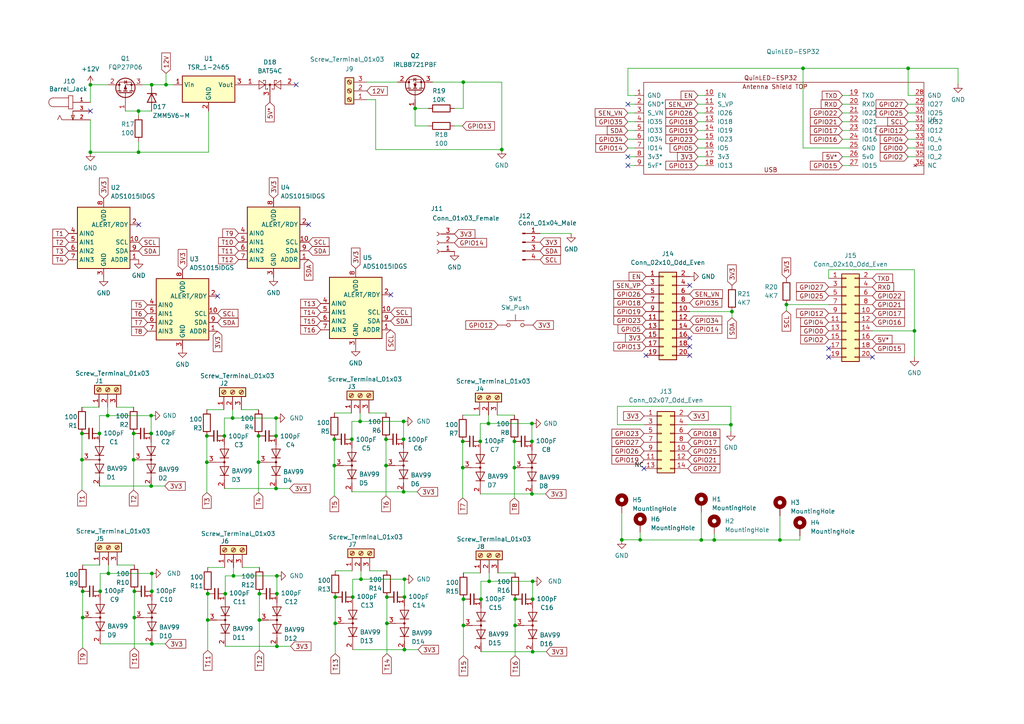
<source format=kicad_sch>
(kicad_sch (version 20211123) (generator eeschema)
  (paper "A4")
  (title_block (title "Alarm Panel") (rev "1.2"))
  (lib_symbols
    (symbol "Analog_ADC:ADS1015IDGS"
      (property "Reference" "U" (at 2.54 13.97 0))
      (property "Value" "ADS1015IDGS" (at 7.62 11.43 0))
      (symbol "ADS1015IDGS_1_1"
        (pin input line (at 10.16 -5.08 180) (length 2.54) (name "ADDR") (number "1"))
        (pin input line (at 10.16 0 180) (length 2.54) (name "SCL") (number "10"))
        (pin output line (at 10.16 5.08 180) (length 2.54) (name "ALERT/RDY") (number "2"))
        (pin power_in line (at 0 -10.16 90) (length 2.54) (name "GND") (number "3"))
        (pin input line (at -10.16 2.54 0) (length 2.54) (name "AIN0") (number "4"))
        (pin input line (at -10.16 0 0) (length 2.54) (name "AIN1") (number "5"))
        (pin input line (at -10.16 -2.54 0) (length 2.54) (name "AIN2") (number "6"))
        (pin input line (at -10.16 -5.08 0) (length 2.54) (name "AIN3") (number "7"))
        (pin power_in line (at 0 12.7 270) (length 2.54) (name "VDD") (number "8"))
        (pin bidirectional line (at 10.16 -2.54 180) (length 2.54) (name "SDA") (number "9"))
      )
    )
    (symbol "Connector:Conn_01x03_Female" (pin_names (offset 1.016) hide)
      (property "Reference" "J" (at 0 5.08 0))
      (property "Value" "Conn_01x03_Female" (at 0 -5.08 0))
      (symbol "Conn_01x03_Female_1_1"
        (pin passive line (at -5.08 2.54 0) (length 3.81) (name "Pin_1") (number "1"))
        (pin passive line (at -5.08 0 0) (length 3.81) (name "Pin_2") (number "2"))
        (pin passive line (at -5.08 -2.54 0) (length 3.81) (name "Pin_3") (number "3"))
      )
    )
    (symbol "Connector:Conn_01x04_Male" (pin_names (offset 1.016) hide)
      (property "Reference" "J" (at 0 5.08 0))
      (property "Value" "Conn_01x04_Male" (at 0 -7.62 0))
      (symbol "Conn_01x04_Male_1_1"
        (pin passive line (at 5.08 2.54 180) (length 3.81) (name "Pin_1") (number "1"))
        (pin passive line (at 5.08 0 180) (length 3.81) (name "Pin_2") (number "2"))
        (pin passive line (at 5.08 -2.54 180) (length 3.81) (name "Pin_3") (number "3"))
        (pin passive line (at 5.08 -5.08 180) (length 3.81) (name "Pin_4") (number "4"))
      )
    )
    (symbol "Connector:Screw_Terminal_01x03" (pin_names (offset 1.016) hide)
      (property "Reference" "J" (at 0 5.08 0))
      (property "Value" "Screw_Terminal_01x03" (at 0 -5.08 0))
      (symbol "Screw_Terminal_01x03_1_1"
        (pin passive line (at -5.08 2.54 0) (length 3.81) (name "Pin_1") (number "1"))
        (pin passive line (at -5.08 0 0) (length 3.81) (name "Pin_2") (number "2"))
        (pin passive line (at -5.08 -2.54 0) (length 3.81) (name "Pin_3") (number "3"))
      )
    )
    (symbol "Connector_Generic:Conn_02x07_Odd_Even" (pin_names (offset 1.016) hide)
      (property "Reference" "J" (at 1.27 10.16 0))
      (property "Value" "Conn_02x07_Odd_Even" (at 1.27 -10.16 0))
      (symbol "Conn_02x07_Odd_Even_1_1"
        (pin passive line (at -5.08 7.62 0) (length 3.81) (name "Pin_1") (number "1"))
        (pin passive line (at 7.62 -2.54 180) (length 3.81) (name "Pin_10") (number "10"))
        (pin passive line (at -5.08 -5.08 0) (length 3.81) (name "Pin_11") (number "11"))
        (pin passive line (at 7.62 -5.08 180) (length 3.81) (name "Pin_12") (number "12"))
        (pin passive line (at -5.08 -7.62 0) (length 3.81) (name "Pin_13") (number "13"))
        (pin passive line (at 7.62 -7.62 180) (length 3.81) (name "Pin_14") (number "14"))
        (pin passive line (at 7.62 7.62 180) (length 3.81) (name "Pin_2") (number "2"))
        (pin passive line (at -5.08 5.08 0) (length 3.81) (name "Pin_3") (number "3"))
        (pin passive line (at 7.62 5.08 180) (length 3.81) (name "Pin_4") (number "4"))
        (pin passive line (at -5.08 2.54 0) (length 3.81) (name "Pin_5") (number "5"))
        (pin passive line (at 7.62 2.54 180) (length 3.81) (name "Pin_6") (number "6"))
        (pin passive line (at -5.08 0 0) (length 3.81) (name "Pin_7") (number "7"))
        (pin passive line (at 7.62 0 180) (length 3.81) (name "Pin_8") (number "8"))
        (pin passive line (at -5.08 -2.54 0) (length 3.81) (name "Pin_9") (number "9"))
      )
    )
    (symbol "Connector_Generic:Conn_02x10_Odd_Even" (pin_names (offset 1.016) hide)
      (property "Reference" "J" (at 1.27 12.7 0))
      (property "Value" "Conn_02x10_Odd_Even" (at 1.27 -15.24 0))
      (symbol "Conn_02x10_Odd_Even_1_1"
        (pin passive line (at -5.08 10.16 0) (length 3.81) (name "Pin_1") (number "1"))
        (pin passive line (at 7.62 0 180) (length 3.81) (name "Pin_10") (number "10"))
        (pin passive line (at -5.08 -2.54 0) (length 3.81) (name "Pin_11") (number "11"))
        (pin passive line (at 7.62 -2.54 180) (length 3.81) (name "Pin_12") (number "12"))
        (pin passive line (at -5.08 -5.08 0) (length 3.81) (name "Pin_13") (number "13"))
        (pin passive line (at 7.62 -5.08 180) (length 3.81) (name "Pin_14") (number "14"))
        (pin passive line (at -5.08 -7.62 0) (length 3.81) (name "Pin_15") (number "15"))
        (pin passive line (at 7.62 -7.62 180) (length 3.81) (name "Pin_16") (number "16"))
        (pin passive line (at -5.08 -10.16 0) (length 3.81) (name "Pin_17") (number "17"))
        (pin passive line (at 7.62 -10.16 180) (length 3.81) (name "Pin_18") (number "18"))
        (pin passive line (at -5.08 -12.7 0) (length 3.81) (name "Pin_19") (number "19"))
        (pin passive line (at 7.62 10.16 180) (length 3.81) (name "Pin_2") (number "2"))
        (pin passive line (at 7.62 -12.7 180) (length 3.81) (name "Pin_20") (number "20"))
        (pin passive line (at -5.08 7.62 0) (length 3.81) (name "Pin_3") (number "3"))
        (pin passive line (at 7.62 7.62 180) (length 3.81) (name "Pin_4") (number "4"))
        (pin passive line (at -5.08 5.08 0) (length 3.81) (name "Pin_5") (number "5"))
        (pin passive line (at 7.62 5.08 180) (length 3.81) (name "Pin_6") (number "6"))
        (pin passive line (at -5.08 2.54 0) (length 3.81) (name "Pin_7") (number "7"))
        (pin passive line (at 7.62 2.54 180) (length 3.81) (name "Pin_8") (number "8"))
        (pin passive line (at -5.08 0 0) (length 3.81) (name "Pin_9") (number "9"))
      )
    )
    (symbol "Device:C_Small" (pin_numbers hide) (pin_names (offset 0.254) hide)
      (property "Reference" "C" (at 0.254 1.778 0))
      (property "Value" "C_Small" (at 0.254 -2.032 0))
      (symbol "C_Small_1_1"
        (pin passive line (at 0 2.54 270) (length 2.032) (name "~") (number "1"))
        (pin passive line (at 0 -2.54 90) (length 2.032) (name "~") (number "2"))
      )
    )
    (symbol "Device:R" (pin_numbers hide) (pin_names (offset 0))
      (property "Reference" "R" (at 2.032 0 90))
      (property "Value" "R" (at 0 0 90))
      (symbol "R_1_1"
        (pin passive line (at 0 3.81 270) (length 1.27) (name "~") (number "1"))
        (pin passive line (at 0 -3.81 90) (length 1.27) (name "~") (number "2"))
      )
    )
    (symbol "Diode:BAT54C" (pin_names (offset 1.016))
      (property "Reference" "D" (at 0.635 -3.81 0))
      (property "Value" "BAT54C" (at -6.35 3.175 0))
      (symbol "BAT54C_1_1"
        (pin passive line (at -7.62 0 0) (length 3.81) (name "~") (number "1"))
        (pin passive line (at 7.62 0 180) (length 3.81) (name "~") (number "2"))
        (pin passive line (at 0 -5.08 90) (length 5.08) (name "~") (number "3"))
      )
    )
    (symbol "Diode:BAV99" (pin_names hide)
      (property "Reference" "D" (at 0 5.08 0))
      (property "Value" "BAV99" (at 0 2.54 0))
      (symbol "BAV99_1_1"
        (pin passive line (at -7.62 0 0) (length 2.54) (name "K") (number "1"))
        (pin passive line (at 7.62 0 180) (length 2.54) (name "A") (number "2"))
        (pin passive line (at 0 -5.08 90) (length 2.54) (name "K") (number "3"))
      )
    )
    (symbol "Diode:BZV55C10" (pin_numbers hide) (pin_names hide)
      (property "Reference" "D" (at 0 2.54 0))
      (property "Value" "BZV55C10" (at 0 -2.54 0))
      (symbol "BZV55C10_1_1"
        (pin passive line (at -3.81 0 0) (length 2.54) (name "K") (number "1"))
        (pin passive line (at 3.81 0 180) (length 2.54) (name "A") (number "2"))
      )
    )
    (symbol "Mechanical:MountingHole_Pad" (pin_numbers hide) (pin_names (offset 1.016) hide)
      (property "Reference" "H" (at 0 6.35 0))
      (property "Value" "MountingHole_Pad" (at 0 4.445 0))
      (symbol "MountingHole_Pad_1_1"
        (pin input line (at 0 -2.54 90) (length 2.54) (name "1") (number "1"))
      )
    )
    (symbol "PJ-102AH:PJ-102AH" (pin_names (offset 1.016) hide)
      (property "Reference" "J" (at -7.62 5.08 0))
      (property "Value" "PJ-102AH" (at -7.62 -5.08 0))
      (symbol "PJ-102AH_0_0"
        (pin passive line (at 5.08 2.54 180) (length 5.08) (name "~") (number "1"))
        (pin passive line (at 5.08 -2.54 180) (length 5.08) (name "~") (number "2"))
        (pin passive line (at 5.08 0 180) (length 5.08) (name "~") (number "3"))
      )
    )
    (symbol "QuinLED-ESP32:QuinLED-ESP32" (pin_names (offset 1.016))
      (property "Reference" "U" (at 58.42 -12.7 0))
      (property "Value" "QuinLED-ESP32" (at 58.42 -7.62 0))
      (symbol "QuinLED-ESP32_0_0"
        (text "Antenna Shield TOP" (at 59.69 -5.08 0) (effects (font (size 1.27 1.27))))
        (text "QuinLED-ESP32" (at 58.42 -2.54 0) (effects (font (size 1.27 1.27))))
        (text "USB" (at 58.42 -29.21 0) (effects (font (size 1.27 1.27))))
      )
      (symbol "QuinLED-ESP32_1_1"
        (pin bidirectional line (at 19.05 -7.62 0) (length 2.54) (name "GND") (number "1"))
        (pin input line (at 39.37 -7.62 0) (length 2.54) (name "EN") (number "10"))
        (pin input line (at 39.37 -10.16 0) (length 2.54) (name "S_VP") (number "11"))
        (pin bidirectional line (at 39.37 -12.7 0) (length 2.54) (name "IO26") (number "12"))
        (pin bidirectional line (at 39.37 -15.24 0) (length 2.54) (name "IO18") (number "13"))
        (pin bidirectional line (at 39.37 -17.78 0) (length 2.54) (name "IO19") (number "14"))
        (pin bidirectional line (at 39.37 -20.32 0) (length 2.54) (name "IO23") (number "15"))
        (pin bidirectional line (at 39.37 -22.86 0) (length 2.54) (name "IO5") (number "16"))
        (pin output line (at 39.37 -25.4 0) (length 2.54) (name "3v3") (number "17"))
        (pin bidirectional line (at 39.37 -27.94 0) (length 2.54) (name "IO13") (number "18"))
        (pin output line (at 81.28 -7.62 0) (length 2.54) (name "TXD") (number "19"))
        (pin bidirectional line (at 19.05 -10.16 0) (length 2.54) (name "GND*") (number "2"))
        (pin input line (at 81.28 -10.16 0) (length 2.54) (name "RXD") (number "20"))
        (pin bidirectional line (at 81.28 -12.7 0) (length 2.54) (name "IO22") (number "21"))
        (pin bidirectional line (at 81.28 -15.24 0) (length 2.54) (name "IO21") (number "22"))
        (pin bidirectional line (at 81.28 -17.78 0) (length 2.54) (name "IO17") (number "23"))
        (pin bidirectional line (at 81.28 -20.32 0) (length 2.54) (name "IO16") (number "24"))
        (pin bidirectional line (at 81.28 -22.86 0) (length 2.54) (name "GND") (number "25"))
        (pin input line (at 81.28 -25.4 0) (length 2.54) (name "5v0") (number "26"))
        (pin bidirectional line (at 81.28 -27.94 0) (length 2.54) (name "IO15") (number "27"))
        (pin bidirectional line (at 100.33 -7.62 0) (length 2.54) (name "GND") (number "28"))
        (pin bidirectional line (at 100.33 -10.16 0) (length 2.54) (name "IO27") (number "29"))
        (pin input line (at 19.05 -12.7 0) (length 2.54) (name "S_VN") (number "3"))
        (pin bidirectional line (at 100.33 -12.7 0) (length 2.54) (name "IO25") (number "30"))
        (pin bidirectional line (at 100.33 -15.24 0) (length 2.54) (name "IO32") (number "31"))
        (pin bidirectional line (at 100.33 -17.78 0) (length 2.54) (name "IO12") (number "32"))
        (pin bidirectional line (at 100.33 -20.32 0) (length 2.54) (name "IO_4") (number "33"))
        (pin bidirectional line (at 100.33 -22.86 0) (length 2.54) (name "IO_0") (number "34"))
        (pin bidirectional line (at 100.33 -25.4 0) (length 2.54) (name "IO_2") (number "35"))
        (pin no_connect line (at 100.33 -27.94 0) (length 2.54) (name "NC") (number "36"))
        (pin bidirectional line (at 19.05 -15.24 0) (length 2.54) (name "IO35") (number "4"))
        (pin bidirectional line (at 19.05 -17.78 0) (length 2.54) (name "IO33") (number "5"))
        (pin bidirectional line (at 19.05 -20.32 0) (length 2.54) (name "IO34") (number "6"))
        (pin bidirectional line (at 19.05 -22.86 0) (length 2.54) (name "IO14") (number "7"))
        (pin output line (at 19.05 -25.4 0) (length 2.54) (name "3v3*") (number "8"))
        (pin output line (at 19.05 -27.94 0) (length 2.54) (name "5vF*") (number "9"))
      )
    )
    (symbol "Regulator_Switching:TSR_1-2465"
      (property "Reference" "U" (at -7.62 6.35 0))
      (property "Value" "TSR_1-2465" (at -1.27 6.35 0))
      (symbol "TSR_1-2465_1_1"
        (pin power_in line (at -10.16 2.54 0) (length 2.54) (name "Vin") (number "1"))
        (pin power_in line (at 0 -5.08 90) (length 2.54) (name "GND") (number "2"))
        (pin power_out line (at 10.16 2.54 180) (length 2.54) (name "Vout") (number "3"))
      )
    )
    (symbol "Switch:SW_Push" (pin_numbers hide) (pin_names (offset 1.016) hide)
      (property "Reference" "SW" (at 1.27 2.54 0))
      (property "Value" "SW_Push" (at 0 -1.524 0))
      (symbol "SW_Push_0_1"
        (pin passive line (at -5.08 0 0) (length 2.54) (name "1") (number "1"))
        (pin passive line (at 5.08 0 180) (length 2.54) (name "2") (number "2"))
      )
    )
    (symbol "Transistor_FET:FQP27P06" (pin_names hide)
      (property "Reference" "Q" (at 5.08 1.905 0))
      (property "Value" "FQP27P06" (at 5.08 0 0))
      (symbol "FQP27P06_1_1"
        (pin input line (at -5.08 0 0) (length 2.54) (name "G") (number "1"))
        (pin passive line (at 2.54 5.08 270) (length 2.54) (name "D") (number "2"))
        (pin passive line (at 2.54 -5.08 90) (length 2.54) (name "S") (number "3"))
      )
    )
    (symbol "Transistor_FET:IRLB8721PBF" (pin_names hide)
      (property "Reference" "Q" (at 6.35 1.905 0))
      (property "Value" "IRLB8721PBF" (at 6.35 0 0))
      (symbol "IRLB8721PBF_1_1"
        (pin input line (at -5.08 0 0) (length 2.54) (name "G") (number "1"))
        (pin passive line (at 2.54 5.08 270) (length 2.54) (name "D") (number "2"))
        (pin passive line (at 2.54 -5.08 90) (length 2.54) (name "S") (number "3"))
      )
    )
    (symbol "power:+12V" (power) (pin_names (offset 0))
      (property "Value" "+12V" (at 0 3.556 0))
      (symbol "+12V_1_1"
        (pin power_in line (at 0 0 90) (length 0) hide (name "+12V") (number "1"))
      )
    )
    (symbol "power:GND" (power) (pin_names (offset 0))
      (property "Value" "GND" (at 0 -3.81 0))
      (symbol "GND_1_1"
        (pin power_in line (at 0 0 270) (length 0) hide (name "GND") (number "1"))
      )
    )
  )
  (junction (at 232.918 19.812))
  (junction (at 26.2128 24.5872))
  (junction (at 43.8404 140.97))
  (junction (at 26.2128 44.1452))
  (junction (at 40.1828 32.2072))
  (junction (at 67.7164 167.0304))
  (junction (at 80.0608 126.4412))
  (junction (at 74.9808 134.0612))
  (junction (at 154.4828 173.7868))
  (junction (at 149.4028 181.4068))
  (junction (at 117.2972 173.1772))
  (junction (at 23.7744 125.73))
  (junction (at 226.2124 156.6164))
  (junction (at 154.4828 189.0268))
  (junction (at 141.6812 122.8344))
  (junction (at 38.9636 179.1208))
  (junction (at 149.1996 128.016))
  (junction (at 43.8404 125.73))
  (junction (at 60.2488 179.832))
  (junction (at 104.4448 122.2248))
  (junction (at 40.1828 44.1452))
  (junction (at 117.2972 167.9956))
  (junction (at 117.2972 188.4172))
  (junction (at 112.2172 180.7972))
  (junction (at 207.1624 156.6164))
  (junction (at 97.2312 180.7972))
  (junction (at 29.0576 171.5008))
  (junction (at 111.9632 127.4064))
  (junction (at 96.9772 127.4064))
  (junction (at 139.4968 173.7868))
  (junction (at 44.0436 171.5008))
  (junction (at 67.4624 121.2596))
  (junction (at 154.2796 122.8344))
  (junction (at 80.3148 167.0304))
  (junction (at 59.9948 126.4412))
  (junction (at 44.0436 166.3192))
  (junction (at 149.1996 135.636))
  (junction (at 102.3112 173.1772))
  (junction (at 75.2348 172.212))
  (junction (at 43.8404 120.5484))
  (junction (at 154.4828 168.6052))
  (junction (at 28.8544 125.73))
  (junction (at 65.3288 172.212))
  (junction (at 80.0608 141.6812))
  (junction (at 212.2932 90.3732))
  (junction (at 31.242 120.5484))
  (junction (at 74.9808 126.4412))
  (junction (at 23.9776 179.1208))
  (junction (at 38.7604 125.73))
  (junction (at 117.0432 122.2248))
  (junction (at 48.1584 24.5872))
  (junction (at 211.9884 123.19))
  (junction (at 60.2488 172.212))
  (junction (at 80.0608 121.2596))
  (junction (at 141.8844 168.6052))
  (junction (at 228.092 88.3412))
  (junction (at 139.2936 128.016))
  (junction (at 134.2136 128.016))
  (junction (at 185.674 156.5656))
  (junction (at 134.4168 173.7868))
  (junction (at 59.9948 134.0612))
  (junction (at 203.4032 156.6164))
  (junction (at 31.4452 166.3192))
  (junction (at 23.9776 171.5008))
  (junction (at 38.9636 171.5008))
  (junction (at 97.2312 173.1772))
  (junction (at 112.2172 173.1772))
  (junction (at 96.9772 135.0264))
  (junction (at 154.2796 128.016))
  (junction (at 134.4168 181.4068))
  (junction (at 134.2136 135.636))
  (junction (at 263.398 19.812))
  (junction (at 180.34 156.5656))
  (junction (at 75.2348 179.832))
  (junction (at 154.2796 143.256))
  (junction (at 265.2268 95.9612))
  (junction (at 102.0572 127.4064))
  (junction (at 23.7744 133.35))
  (junction (at 117.0432 127.4064))
  (junction (at 104.6988 167.9956))
  (junction (at 111.9632 135.0264))
  (junction (at 134.366 23.8252))
  (junction (at 120.396 31.4452))
  (junction (at 80.3148 172.212))
  (junction (at 43.9928 24.5872))
  (junction (at 149.4028 173.7868))
  (junction (at 44.0436 186.7408))
  (junction (at 38.7604 133.35))
  (junction (at 65.0748 126.4412))
  (junction (at 80.3148 187.452))
  (junction (at 145.542 43.3832))
  (junction (at 117.0432 142.6464))
  (no_connect (at 63.0936 85.9028))
  (no_connect (at 187.3504 103.0732))
  (no_connect (at 200.0504 97.9932))
  (no_connect (at 89.5096 65.1256))
  (no_connect (at 182.118 45.466))
  (no_connect (at 200.0504 103.0732))
  (no_connect (at 40.2336 65.1764))
  (no_connect (at 113.3348 85.4964))
  (no_connect (at 26.2128 32.2072))
  (no_connect (at 182.118 30.226))
  (no_connect (at 186.7916 135.89))
  (no_connect (at 85.9028 24.5872))
  (no_connect (at 182.118 48.006))
  (no_connect (at 240.3348 101.0412))
  (no_connect (at 200.0504 82.7532))
  (no_connect (at 253.0348 103.5812))
  (no_connect (at 240.3348 103.5812))
  (no_connect (at 200.0504 100.5332))
  (wire (pts (xy 111.9632 135.0264) (xy 111.9632 127.4064)))
  (wire (pts (xy 112.2172 189.5856) (xy 112.2172 180.7972)))
  (wire (pts (xy 96.9772 135.0264) (xy 96.9772 127.4064)))
  (wire (pts (xy 80.0608 141.6812) (xy 65.0748 141.6812)))
  (wire (pts (xy 244.348 27.686) (xy 246.38 27.686)))
  (wire (pts (xy 244.348 40.386) (xy 246.38 40.386)))
  (wire (pts (xy 26.2128 24.5872) (xy 26.2128 29.6672)))
  (wire (pts (xy 182.118 32.766) (xy 184.15 32.766)))
  (wire (pts (xy 180.34 156.5656) (xy 185.674 156.5656)))
  (wire (pts (xy 44.0436 186.7408) (xy 29.0576 186.7408)))
  (wire (pts (xy 23.9776 187.9092) (xy 23.9776 179.1208)))
  (wire (pts (xy 180.34 148.7932) (xy 180.34 156.5656)))
  (wire (pts (xy 108.966 43.3832) (xy 145.542 43.3832)))
  (wire (pts (xy 120.396 31.4452) (xy 120.396 36.5252)))
  (wire (pts (xy 31.242 120.5484) (xy 28.8544 120.5484)))
  (wire (pts (xy 43.8404 125.73) (xy 43.8404 120.5484)))
  (wire (pts (xy 232.918 19.812) (xy 232.918 42.926)))
  (wire (pts (xy 232.918 42.926) (xy 246.38 42.926)))
  (wire (pts (xy 149.4028 181.4068) (xy 149.4028 173.7868)))
  (wire (pts (xy 182.118 19.812) (xy 182.118 27.686)))
  (wire (pts (xy 38.9636 187.9092) (xy 38.9636 179.1208)))
  (wire (pts (xy 240.3348 80.7212) (xy 240.3348 78.232)))
  (wire (pts (xy 263.398 19.812) (xy 277.876 19.812)))
  (wire (pts (xy 70.0024 118.8212) (xy 74.9808 118.8212)))
  (wire (pts (xy 202.438 27.686) (xy 204.47 27.686)))
  (wire (pts (xy 202.438 42.926) (xy 204.47 42.926)))
  (wire (pts (xy 202.438 45.466) (xy 204.47 45.466)))
  (wire (pts (xy 40.1828 32.2072) (xy 40.1828 33.4772)))
  (wire (pts (xy 212.2932 90.3732) (xy 212.2932 92.1512)))
  (wire (pts (xy 59.9948 134.0612) (xy 59.9948 126.4412)))
  (wire (pts (xy 28.9052 163.8808) (xy 23.9776 163.8808)))
  (wire (pts (xy 182.118 48.006) (xy 184.15 48.006)))
  (wire (pts (xy 182.118 45.466) (xy 184.15 45.466)))
  (wire (pts (xy 211.9884 117.856) (xy 211.9884 123.19)))
  (wire (pts (xy 26.2128 24.5872) (xy 31.2928 24.5872)))
  (wire (pts (xy 228.092 88.3412) (xy 228.092 90.1192)))
  (wire (pts (xy 48.1584 21.2852) (xy 48.1584 24.5872)))
  (wire (pts (xy 202.438 35.306) (xy 204.47 35.306)))
  (wire (pts (xy 202.438 30.226) (xy 204.47 30.226)))
  (wire (pts (xy 65.0748 126.4412) (xy 65.0748 121.2596)))
  (wire (pts (xy 28.8544 140.97) (xy 43.8404 140.97)))
  (wire (pts (xy 141.8844 168.6052) (xy 154.4828 168.6052)))
  (wire (pts (xy 232.0036 155.3972) (xy 232.0036 156.6164)))
  (wire (pts (xy 41.4528 24.5872) (xy 43.9928 24.5872)))
  (wire (pts (xy 64.9224 118.8212) (xy 59.9948 118.8212)))
  (wire (pts (xy 134.2136 135.636) (xy 134.2136 128.016)))
  (wire (pts (xy 263.398 42.926) (xy 265.43 42.926)))
  (wire (pts (xy 211.9884 123.19) (xy 199.4916 123.19)))
  (wire (pts (xy 74.9808 134.0612) (xy 74.9808 126.4412)))
  (wire (pts (xy 23.7744 142.1384) (xy 23.7744 133.35)))
  (wire (pts (xy 97.2312 180.7972) (xy 97.2312 173.1772)))
  (wire (pts (xy 117.0432 127.4064) (xy 117.0432 122.2248)))
  (wire (pts (xy 80.0608 126.4412) (xy 80.0608 121.2596)))
  (wire (pts (xy 125.476 23.8252) (xy 134.366 23.8252)))
  (wire (pts (xy 112.2172 180.7972) (xy 112.2172 173.1772)))
  (wire (pts (xy 65.3288 172.212) (xy 65.3288 167.0304)))
  (wire (pts (xy 149.1996 144.4244) (xy 149.1996 135.636)))
  (wire (pts (xy 75.2348 179.832) (xy 75.2348 172.212)))
  (wire (pts (xy 182.118 35.306) (xy 184.15 35.306)))
  (wire (pts (xy 265.2268 95.9612) (xy 265.2268 103.5812)))
  (wire (pts (xy 202.438 37.846) (xy 204.47 37.846)))
  (wire (pts (xy 102.1588 165.5572) (xy 97.2312 165.5572)))
  (wire (pts (xy 74.9808 142.8496) (xy 74.9808 134.0612)))
  (wire (pts (xy 202.438 32.766) (xy 204.47 32.766)))
  (wire (pts (xy 60.5028 32.2072) (xy 60.5028 44.1452)))
  (wire (pts (xy 263.398 32.766) (xy 265.43 32.766)))
  (wire (pts (xy 48.1584 24.5872) (xy 50.3428 24.5872)))
  (wire (pts (xy 156.6164 67.7164) (xy 165.6588 67.7164)))
  (wire (pts (xy 182.118 30.226) (xy 184.15 30.226)))
  (wire (pts (xy 185.674 154.3812) (xy 185.674 156.5656)))
  (wire (pts (xy 182.118 40.386) (xy 184.15 40.386)))
  (wire (pts (xy 108.966 28.9052) (xy 108.966 43.3832)))
  (wire (pts (xy 141.8844 168.6052) (xy 139.4968 168.6052)))
  (wire (pts (xy 117.0432 142.6464) (xy 121.0056 142.6464)))
  (wire (pts (xy 23.9776 179.1208) (xy 23.9776 171.5008)))
  (wire (pts (xy 139.2936 143.256) (xy 154.2796 143.256)))
  (wire (pts (xy 244.348 45.466) (xy 246.38 45.466)))
  (wire (pts (xy 203.4032 148.59) (xy 203.4032 156.6164)))
  (wire (pts (xy 145.542 23.8252) (xy 145.542 43.3832)))
  (wire (pts (xy 244.348 48.006) (xy 246.38 48.006)))
  (wire (pts (xy 43.8404 140.97) (xy 47.8028 140.97)))
  (wire (pts (xy 144.2212 120.396) (xy 149.1996 120.396)))
  (wire (pts (xy 70.2564 164.592) (xy 75.2348 164.592)))
  (wire (pts (xy 265.2268 95.9612) (xy 253.0348 95.9612)))
  (wire (pts (xy 139.3444 166.1668) (xy 134.4168 166.1668)))
  (wire (pts (xy 107.2388 165.5572) (xy 112.2172 165.5572)))
  (wire (pts (xy 43.9928 24.5872) (xy 48.1584 24.5872)))
  (wire (pts (xy 117.2972 173.1772) (xy 117.2972 167.9956)))
  (wire (pts (xy 226.2124 149.5552) (xy 226.2124 156.6164)))
  (wire (pts (xy 40.1828 32.2072) (xy 43.9928 32.2072)))
  (wire (pts (xy 40.1828 41.0972) (xy 40.1828 44.1452)))
  (wire (pts (xy 154.4828 173.7868) (xy 154.4828 168.6052)))
  (wire (pts (xy 80.3148 187.452) (xy 84.2772 187.452)))
  (wire (pts (xy 84.0232 141.6812) (xy 80.0608 141.6812)))
  (wire (pts (xy 104.4448 122.2248) (xy 117.0432 122.2248)))
  (wire (pts (xy 59.9948 142.8496) (xy 59.9948 134.0612)))
  (wire (pts (xy 44.0436 171.5008) (xy 44.0436 166.3192)))
  (wire (pts (xy 102.3112 188.4172) (xy 117.2972 188.4172)))
  (wire (pts (xy 120.396 31.4452) (xy 124.206 31.4452)))
  (wire (pts (xy 28.8544 125.73) (xy 28.8544 120.5484)))
  (wire (pts (xy 28.702 118.11) (xy 23.7744 118.11)))
  (wire (pts (xy 134.366 23.8252) (xy 145.542 23.8252)))
  (wire (pts (xy 154.2796 128.016) (xy 154.2796 122.8344)))
  (wire (pts (xy 211.9884 117.856) (xy 179.07 117.856)))
  (wire (pts (xy 67.4624 121.2596) (xy 80.0608 121.2596)))
  (wire (pts (xy 134.4168 181.4068) (xy 134.4168 173.7868)))
  (wire (pts (xy 101.9048 119.7864) (xy 96.9772 119.7864)))
  (wire (pts (xy 67.7164 167.0304) (xy 80.3148 167.0304)))
  (wire (pts (xy 263.398 45.466) (xy 265.43 45.466)))
  (wire (pts (xy 36.3728 32.2072) (xy 40.1828 32.2072)))
  (wire (pts (xy 182.118 19.812) (xy 232.918 19.812)))
  (wire (pts (xy 26.2128 34.7472) (xy 26.2128 44.1452)))
  (wire (pts (xy 96.9772 143.8148) (xy 96.9772 135.0264)))
  (wire (pts (xy 211.9884 123.19) (xy 211.9884 125.222)))
  (wire (pts (xy 244.348 32.766) (xy 246.38 32.766)))
  (wire (pts (xy 33.9852 163.8808) (xy 38.9636 163.8808)))
  (wire (pts (xy 182.118 27.686) (xy 184.15 27.686)))
  (wire (pts (xy 31.4452 166.3192) (xy 44.0436 166.3192)))
  (wire (pts (xy 29.0576 171.5008) (xy 29.0576 166.3192)))
  (wire (pts (xy 182.118 42.926) (xy 184.15 42.926)))
  (wire (pts (xy 65.1764 164.592) (xy 60.2488 164.592)))
  (wire (pts (xy 106.9848 119.7864) (xy 111.9632 119.7864)))
  (wire (pts (xy 31.242 120.5484) (xy 31.242 118.11)))
  (wire (pts (xy 111.9632 143.8148) (xy 111.9632 135.0264)))
  (wire (pts (xy 106.426 28.9052) (xy 108.966 28.9052)))
  (wire (pts (xy 200.0504 90.3732) (xy 212.2932 90.3732)))
  (wire (pts (xy 141.8844 168.6052) (xy 141.8844 166.1668)))
  (wire (pts (xy 139.2936 128.016) (xy 139.2936 122.8344)))
  (wire (pts (xy 263.398 37.846) (xy 265.43 37.846)))
  (wire (pts (xy 31.242 120.5484) (xy 43.8404 120.5484)))
  (wire (pts (xy 265.2268 78.232) (xy 240.3348 78.232)))
  (wire (pts (xy 232.918 19.812) (xy 263.398 19.812)))
  (wire (pts (xy 104.4448 119.7864) (xy 104.4448 122.2248)))
  (wire (pts (xy 182.118 37.846) (xy 184.15 37.846)))
  (wire (pts (xy 144.4244 166.1668) (xy 149.4028 166.1668)))
  (wire (pts (xy 139.4968 189.0268) (xy 154.4828 189.0268)))
  (wire (pts (xy 134.2136 144.4244) (xy 134.2136 135.636)))
  (wire (pts (xy 134.366 31.4452) (xy 134.366 23.8252)))
  (wire (pts (xy 203.4032 156.6164) (xy 185.674 156.6164)))
  (wire (pts (xy 186.7916 123.19) (xy 179.07 123.19)))
  (wire (pts (xy 38.9636 179.1208) (xy 38.9636 171.5008)))
  (wire (pts (xy 207.1624 156.6164) (xy 203.4032 156.6164)))
  (wire (pts (xy 263.398 40.386) (xy 265.43 40.386)))
  (wire (pts (xy 179.07 123.19) (xy 179.07 117.856)))
  (wire (pts (xy 207.1624 154.94) (xy 207.1624 156.6164)))
  (wire (pts (xy 134.4168 190.1952) (xy 134.4168 181.4068)))
  (wire (pts (xy 244.348 37.846) (xy 246.38 37.846)))
  (wire (pts (xy 23.7744 133.35) (xy 23.7744 125.73)))
  (wire (pts (xy 67.7164 167.0304) (xy 65.3288 167.0304)))
  (wire (pts (xy 65.3288 187.452) (xy 80.3148 187.452)))
  (wire (pts (xy 31.4452 166.3192) (xy 31.4452 163.8808)))
  (wire (pts (xy 47.9552 186.7408) (xy 44.0436 186.7408)))
  (wire (pts (xy 265.2268 95.9612) (xy 265.2268 78.232)))
  (wire (pts (xy 141.6812 122.8344) (xy 154.2796 122.8344)))
  (wire (pts (xy 154.2796 143.256) (xy 158.242 143.256)))
  (wire (pts (xy 60.5028 44.1452) (xy 40.1828 44.1452)))
  (wire (pts (xy 154.4828 189.0268) (xy 158.4452 189.0268)))
  (wire (pts (xy 131.826 36.5252) (xy 134.112 36.5252)))
  (wire (pts (xy 104.6988 167.9956) (xy 117.2972 167.9956)))
  (wire (pts (xy 263.398 19.812) (xy 263.398 27.686)))
  (wire (pts (xy 80.3148 172.212) (xy 80.3148 167.0304)))
  (wire (pts (xy 141.6812 122.8344) (xy 141.6812 120.396)))
  (wire (pts (xy 263.398 35.306) (xy 265.43 35.306)))
  (wire (pts (xy 38.7604 142.1384) (xy 38.7604 133.35)))
  (wire (pts (xy 228.092 88.3412) (xy 240.3348 88.3412)))
  (wire (pts (xy 149.4028 190.1952) (xy 149.4028 181.4068)))
  (wire (pts (xy 244.348 30.226) (xy 246.38 30.226)))
  (wire (pts (xy 202.438 48.006) (xy 204.47 48.006)))
  (wire (pts (xy 67.7164 167.0304) (xy 67.7164 164.592)))
  (wire (pts (xy 149.1996 135.636) (xy 149.1996 128.016)))
  (wire (pts (xy 202.438 40.386) (xy 204.47 40.386)))
  (wire (pts (xy 232.0036 156.6164) (xy 226.2124 156.6164)))
  (wire (pts (xy 263.398 30.226) (xy 265.43 30.226)))
  (wire (pts (xy 26.2128 44.1452) (xy 40.1828 44.1452)))
  (wire (pts (xy 60.2488 188.6204) (xy 60.2488 179.832)))
  (wire (pts (xy 31.4452 166.3192) (xy 29.0576 166.3192)))
  (wire (pts (xy 67.4624 121.2596) (xy 67.4624 118.8212)))
  (wire (pts (xy 244.348 35.306) (xy 246.38 35.306)))
  (wire (pts (xy 102.3112 173.1772) (xy 102.3112 167.9956)))
  (wire (pts (xy 117.2972 188.4172) (xy 121.2596 188.4172)))
  (wire (pts (xy 75.2348 188.6204) (xy 75.2348 179.832)))
  (wire (pts (xy 38.7604 133.35) (xy 38.7604 125.73)))
  (wire (pts (xy 104.4448 122.2248) (xy 102.0572 122.2248)))
  (wire (pts (xy 185.674 156.5656) (xy 185.674 156.6164)))
  (wire (pts (xy 38.7604 118.11) (xy 33.782 118.11)))
  (wire (pts (xy 141.6812 122.8344) (xy 139.2936 122.8344)))
  (wire (pts (xy 226.2124 156.6164) (xy 207.1624 156.6164)))
  (wire (pts (xy 67.4624 121.2596) (xy 65.0748 121.2596)))
  (wire (pts (xy 277.876 19.812) (xy 277.876 24.3332)))
  (wire (pts (xy 97.2312 189.5856) (xy 97.2312 180.7972)))
  (wire (pts (xy 104.6988 167.9956) (xy 104.6988 165.5572)))
  (wire (pts (xy 60.2488 179.832) (xy 60.2488 172.212)))
  (wire (pts (xy 139.1412 120.396) (xy 134.2136 120.396)))
  (wire (pts (xy 120.396 36.5252) (xy 124.206 36.5252)))
  (wire (pts (xy 102.0572 142.6464) (xy 117.0432 142.6464)))
  (wire (pts (xy 131.826 31.4452) (xy 134.366 31.4452)))
  (wire (pts (xy 265.43 27.686) (xy 263.398 27.686)))
  (wire (pts (xy 139.4968 173.7868) (xy 139.4968 168.6052)))
  (wire (pts (xy 104.6988 167.9956) (xy 102.3112 167.9956)))
  (wire (pts (xy 106.426 23.8252) (xy 115.316 23.8252)))
  (wire (pts (xy 102.0572 127.4064) (xy 102.0572 122.2248)))
  (label "NC" (at 186.7916 135.89 180))
  (global_label "GPIO13" (shape input) (at 134.112 36.5252 0) (property "Intersheet References" "${INTERSHEET_REFS}" (effects hide)))
  (global_label "GPIO25" (shape input) (at 240.3348 85.8012 180) (property "Intersheet References" "${INTERSHEET_REFS}" (effects hide)))
  (global_label "3V3" (shape input) (at 52.9336 78.2828 90) (property "Intersheet References" "${INTERSHEET_REFS}" (effects hide)))
  (global_label "T3" (shape input) (at 59.9948 142.8496 270) (property "Intersheet References" "${INTERSHEET_REFS}" (effects hide)))
  (global_label "GPIO23" (shape input) (at 186.7916 125.73 180) (property "Intersheet References" "${INTERSHEET_REFS}" (effects hide)))
  (global_label "SCL" (shape input) (at 228.092 90.1192 270) (property "Intersheet References" "${INTERSHEET_REFS}" (effects hide)))
  (global_label "3V3" (shape input) (at 131.826 67.8688 0) (property "Intersheet References" "${INTERSHEET_REFS}" (effects hide)))
  (global_label "T10" (shape input) (at 38.9636 187.9092 270) (property "Intersheet References" "${INTERSHEET_REFS}" (effects hide)))
  (global_label "TXD" (shape input) (at 253.0348 80.7212 0) (property "Intersheet References" "${INTERSHEET_REFS}" (effects hide)))
  (global_label "T12" (shape input) (at 69.1896 75.2856 180) (property "Intersheet References" "${INTERSHEET_REFS}" (effects hide)))
  (global_label "3V3" (shape input) (at 121.0056 142.6464 0) (property "Intersheet References" "${INTERSHEET_REFS}" (effects hide)))
  (global_label "GPIO21" (shape input) (at 253.0348 88.3412 0) (property "Intersheet References" "${INTERSHEET_REFS}" (effects hide)))
  (global_label "T6" (shape input) (at 42.7736 90.9828 180) (property "Intersheet References" "${INTERSHEET_REFS}" (effects hide)))
  (global_label "3V3" (shape input) (at 121.2596 188.4172 0) (property "Intersheet References" "${INTERSHEET_REFS}" (effects hide)))
  (global_label "GPIO17" (shape input) (at 199.4916 128.27 0) (property "Intersheet References" "${INTERSHEET_REFS}" (effects hide)))
  (global_label "GPIO21" (shape input) (at 244.348 35.306 180) (property "Intersheet References" "${INTERSHEET_REFS}" (effects hide)))
  (global_label "GPIO35" (shape input) (at 200.0504 87.8332 0) (property "Intersheet References" "${INTERSHEET_REFS}" (effects hide)))
  (global_label "GPIO4" (shape input) (at 263.398 40.386 180) (property "Intersheet References" "${INTERSHEET_REFS}" (effects hide)))
  (global_label "T11" (shape input) (at 69.1896 72.7456 180) (property "Intersheet References" "${INTERSHEET_REFS}" (effects hide)))
  (global_label "RXD" (shape input) (at 253.0348 83.2612 0) (property "Intersheet References" "${INTERSHEET_REFS}" (effects hide)))
  (global_label "T4" (shape input) (at 74.9808 142.8496 270) (property "Intersheet References" "${INTERSHEET_REFS}" (effects hide)))
  (global_label "12V" (shape input) (at 48.1584 21.2852 90) (property "Intersheet References" "${INTERSHEET_REFS}" (effects hide)))
  (global_label "SEN_VN" (shape input) (at 182.118 32.766 180) (property "Intersheet References" "${INTERSHEET_REFS}" (effects hide)))
  (global_label "SDA" (shape input) (at 212.2932 92.1512 270) (property "Intersheet References" "${INTERSHEET_REFS}" (effects hide)))
  (global_label "GPIO18" (shape input) (at 187.3504 87.8332 180) (property "Intersheet References" "${INTERSHEET_REFS}" (effects hide)))
  (global_label "SDA" (shape input) (at 63.0936 93.5228 0) (property "Intersheet References" "${INTERSHEET_REFS}" (effects hide)))
  (global_label "SCL" (shape input) (at 156.6164 75.3364 0) (property "Intersheet References" "${INTERSHEET_REFS}" (effects hide)))
  (global_label "SCL" (shape input) (at 63.0936 90.9828 0) (property "Intersheet References" "${INTERSHEET_REFS}" (effects hide)))
  (global_label "T5" (shape input) (at 96.9772 143.8148 270) (property "Intersheet References" "${INTERSHEET_REFS}" (effects hide)))
  (global_label "T8" (shape input) (at 149.1996 144.4244 270) (property "Intersheet References" "${INTERSHEET_REFS}" (effects hide)))
  (global_label "GPIO17" (shape input) (at 253.0348 90.8812 0) (property "Intersheet References" "${INTERSHEET_REFS}" (effects hide)))
  (global_label "T14" (shape input) (at 93.0148 90.5764 180) (property "Intersheet References" "${INTERSHEET_REFS}" (effects hide)))
  (global_label "SDA" (shape input) (at 182.118 37.846 180) (property "Intersheet References" "${INTERSHEET_REFS}" (effects hide)))
  (global_label "GPIO27" (shape input) (at 186.7916 128.27 180) (property "Intersheet References" "${INTERSHEET_REFS}" (effects hide)))
  (global_label "T2" (shape input) (at 19.9136 70.2564 180) (property "Intersheet References" "${INTERSHEET_REFS}" (effects hide)))
  (global_label "T13" (shape input) (at 97.2312 189.5856 270) (property "Intersheet References" "${INTERSHEET_REFS}" (effects hide)))
  (global_label "GPIO15" (shape input) (at 244.348 48.006 180) (property "Intersheet References" "${INTERSHEET_REFS}" (effects hide)))
  (global_label "GPIO0" (shape input) (at 263.398 42.926 180) (property "Intersheet References" "${INTERSHEET_REFS}" (effects hide)))
  (global_label "SCL" (shape input) (at 113.3348 90.5764 0) (property "Intersheet References" "${INTERSHEET_REFS}" (effects hide)))
  (global_label "3V3" (shape input) (at 47.9552 186.7408 0) (property "Intersheet References" "${INTERSHEET_REFS}" (effects hide)))
  (global_label "T15" (shape input) (at 134.4168 190.1952 270) (property "Intersheet References" "${INTERSHEET_REFS}" (effects hide)))
  (global_label "GPIO2" (shape input) (at 240.3348 98.5012 180) (property "Intersheet References" "${INTERSHEET_REFS}" (effects hide)))
  (global_label "T11" (shape input) (at 60.2488 188.6204 270) (property "Intersheet References" "${INTERSHEET_REFS}" (effects hide)))
  (global_label "GPIO14" (shape input) (at 131.826 70.4088 0) (property "Intersheet References" "${INTERSHEET_REFS}" (effects hide)))
  (global_label "GPIO25" (shape input) (at 263.398 32.766 180) (property "Intersheet References" "${INTERSHEET_REFS}" (effects hide)))
  (global_label "5V*" (shape input) (at 253.0348 98.5012 0) (property "Intersheet References" "${INTERSHEET_REFS}" (effects hide)))
  (global_label "T2" (shape input) (at 38.7604 142.1384 270) (property "Intersheet References" "${INTERSHEET_REFS}" (effects hide)))
  (global_label "EN" (shape input) (at 202.438 27.686 180) (property "Intersheet References" "${INTERSHEET_REFS}" (effects hide)))
  (global_label "12V" (shape input) (at 106.426 26.3652 0) (property "Intersheet References" "${INTERSHEET_REFS}" (effects hide)))
  (global_label "SDA" (shape input) (at 40.2336 72.7964 0) (property "Intersheet References" "${INTERSHEET_REFS}" (effects hide)))
  (global_label "GPIO34" (shape input) (at 182.118 40.386 180) (property "Intersheet References" "${INTERSHEET_REFS}" (effects hide)))
  (global_label "3V3" (shape input) (at 186.7916 120.65 180) (property "Intersheet References" "${INTERSHEET_REFS}" (effects hide)))
  (global_label "3V3" (shape input) (at 79.3496 57.5056 90) (property "Intersheet References" "${INTERSHEET_REFS}" (effects hide)))
  (global_label "T1" (shape input) (at 23.7744 142.1384 270) (property "Intersheet References" "${INTERSHEET_REFS}" (effects hide)))
  (global_label "GPIO16" (shape input) (at 244.348 40.386 180) (property "Intersheet References" "${INTERSHEET_REFS}" (effects hide)))
  (global_label "3V3" (shape input) (at 202.438 45.466 180) (property "Intersheet References" "${INTERSHEET_REFS}" (effects hide)))
  (global_label "T14" (shape input) (at 112.2172 189.5856 270) (property "Intersheet References" "${INTERSHEET_REFS}" (effects hide)))
  (global_label "T5" (shape input) (at 42.7736 88.4428 180) (property "Intersheet References" "${INTERSHEET_REFS}" (effects hide)))
  (global_label "T15" (shape input) (at 93.0148 93.1164 180) (property "Intersheet References" "${INTERSHEET_REFS}" (effects hide)))
  (global_label "3V3" (shape input) (at 228.092 80.7212 90) (property "Intersheet References" "${INTERSHEET_REFS}" (effects hide)))
  (global_label "T3" (shape input) (at 19.9136 72.7964 180) (property "Intersheet References" "${INTERSHEET_REFS}" (effects hide)))
  (global_label "GPIO13" (shape input) (at 187.3504 100.5332 180) (property "Intersheet References" "${INTERSHEET_REFS}" (effects hide)))
  (global_label "T16" (shape input) (at 93.0148 95.6564 180) (property "Intersheet References" "${INTERSHEET_REFS}" (effects hide)))
  (global_label "3V3" (shape input) (at 84.2772 187.452 0) (property "Intersheet References" "${INTERSHEET_REFS}" (effects hide)))
  (global_label "3V3" (shape input) (at 187.3504 97.9932 180) (property "Intersheet References" "${INTERSHEET_REFS}" (effects hide)))
  (global_label "3V3" (shape input) (at 30.0736 57.5564 90) (property "Intersheet References" "${INTERSHEET_REFS}" (effects hide)))
  (global_label "SDA" (shape input) (at 89.5096 75.2856 270) (property "Intersheet References" "${INTERSHEET_REFS}" (effects hide)))
  (global_label "RXD" (shape input) (at 244.348 30.226 180) (property "Intersheet References" "${INTERSHEET_REFS}" (effects hide)))
  (global_label "GPIO2" (shape input) (at 263.398 45.466 180) (property "Intersheet References" "${INTERSHEET_REFS}" (effects hide)))
  (global_label "GPIO0" (shape input) (at 240.3348 95.9612 180) (property "Intersheet References" "${INTERSHEET_REFS}" (effects hide)))
  (global_label "GPIO23" (shape input) (at 202.438 40.386 180) (property "Intersheet References" "${INTERSHEET_REFS}" (effects hide)))
  (global_label "GPIO25" (shape input) (at 199.4916 130.81 0) (property "Intersheet References" "${INTERSHEET_REFS}" (effects hide)))
  (global_label "T9" (shape input) (at 69.1896 67.6656 180) (property "Intersheet References" "${INTERSHEET_REFS}" (effects hide)))
  (global_label "GPIO5" (shape input) (at 187.3504 95.4532 180) (property "Intersheet References" "${INTERSHEET_REFS}" (effects hide)))
  (global_label "T13" (shape input) (at 93.0148 88.0364 180) (property "Intersheet References" "${INTERSHEET_REFS}" (effects hide)))
  (global_label "GPIO17" (shape input) (at 244.348 37.846 180) (property "Intersheet References" "${INTERSHEET_REFS}" (effects hide)))
  (global_label "3V3" (shape input) (at 199.4916 120.65 0) (property "Intersheet References" "${INTERSHEET_REFS}" (effects hide)))
  (global_label "5V*" (shape input) (at 244.348 45.466 180) (property "Intersheet References" "${INTERSHEET_REFS}" (effects hide)))
  (global_label "GPIO5" (shape input) (at 202.438 42.926 180) (property "Intersheet References" "${INTERSHEET_REFS}" (effects hide)))
  (global_label "SCL" (shape input) (at 89.5096 70.2056 0) (property "Intersheet References" "${INTERSHEET_REFS}" (effects hide)))
  (global_label "EN" (shape input) (at 187.3504 80.2132 180) (property "Intersheet References" "${INTERSHEET_REFS}" (effects hide)))
  (global_label "GPIO22" (shape input) (at 244.348 32.766 180) (property "Intersheet References" "${INTERSHEET_REFS}" (effects hide)))
  (global_label "3V3" (shape input) (at 84.0232 141.6812 0) (property "Intersheet References" "${INTERSHEET_REFS}" (effects hide)))
  (global_label "GPIO27" (shape input) (at 263.398 30.226 180) (property "Intersheet References" "${INTERSHEET_REFS}" (effects hide)))
  (global_label "GPIO12" (shape input) (at 144.4244 94.2848 180) (property "Intersheet References" "${INTERSHEET_REFS}" (effects hide)))
  (global_label "3V3" (shape input) (at 156.6164 70.2564 0) (property "Intersheet References" "${INTERSHEET_REFS}" (effects hide)))
  (global_label "GPIO23" (shape input) (at 187.3504 92.9132 180) (property "Intersheet References" "${INTERSHEET_REFS}" (effects hide)))
  (global_label "GPIO16" (shape input) (at 253.0348 93.4212 0) (property "Intersheet References" "${INTERSHEET_REFS}" (effects hide)))
  (global_label "GPIO15" (shape input) (at 253.0348 101.0412 0) (property "Intersheet References" "${INTERSHEET_REFS}" (effects hide)))
  (global_label "3V3" (shape input) (at 212.2932 82.7532 90) (property "Intersheet References" "${INTERSHEET_REFS}" (effects hide)))
  (global_label "SDA" (shape input) (at 156.6164 72.7964 0) (property "Intersheet References" "${INTERSHEET_REFS}" (effects hide)))
  (global_label "T8" (shape input) (at 42.7736 96.0628 180) (property "Intersheet References" "${INTERSHEET_REFS}" (effects hide)))
  (global_label "GPIO14" (shape input) (at 200.0504 95.4532 0) (property "Intersheet References" "${INTERSHEET_REFS}" (effects hide)))
  (global_label "GPIO35" (shape input) (at 182.118 35.306 180) (property "Intersheet References" "${INTERSHEET_REFS}" (effects hide)))
  (global_label "GPIO18" (shape input) (at 202.438 35.306 180) (property "Intersheet References" "${INTERSHEET_REFS}" (effects hide)))
  (global_label "TXD" (shape input) (at 244.348 27.686 180) (property "Intersheet References" "${INTERSHEET_REFS}" (effects hide)))
  (global_label "GPIO26" (shape input) (at 202.438 32.766 180) (property "Intersheet References" "${INTERSHEET_REFS}" (effects hide)))
  (global_label "3V3" (shape input) (at 158.4452 189.0268 0) (property "Intersheet References" "${INTERSHEET_REFS}" (effects hide)))
  (global_label "3V3" (shape input) (at 47.8028 140.97 0) (property "Intersheet References" "${INTERSHEET_REFS}" (effects hide)))
  (global_label "3V3" (shape input) (at 158.242 143.256 0) (property "Intersheet References" "${INTERSHEET_REFS}" (effects hide)))
  (global_label "GPIO27" (shape input) (at 240.3348 83.2612 180) (property "Intersheet References" "${INTERSHEET_REFS}" (effects hide)))
  (global_label "SEN_VN" (shape input) (at 200.0504 85.2932 0) (property "Intersheet References" "${INTERSHEET_REFS}" (effects hide)))
  (global_label "3V3" (shape input) (at 103.1748 77.8764 90) (property "Intersheet References" "${INTERSHEET_REFS}" (effects hide)))
  (global_label "T10" (shape input) (at 69.1896 70.2056 180) (property "Intersheet References" "${INTERSHEET_REFS}" (effects hide)))
  (global_label "SEN_VP" (shape input) (at 187.3504 82.7532 180) (property "Intersheet References" "${INTERSHEET_REFS}" (effects hide)))
  (global_label "GPIO19" (shape input) (at 186.7916 133.35 180) (property "Intersheet References" "${INTERSHEET_REFS}" (effects hide)))
  (global_label "SCL" (shape input) (at 40.2336 70.2564 0) (property "Intersheet References" "${INTERSHEET_REFS}" (effects hide)))
  (global_label "GPIO26" (shape input) (at 187.3504 85.2932 180) (property "Intersheet References" "${INTERSHEET_REFS}" (effects hide)))
  (global_label "GPIO14" (shape input) (at 182.118 42.926 180) (property "Intersheet References" "${INTERSHEET_REFS}" (effects hide)))
  (global_label "T16" (shape input) (at 149.4028 190.1952 270) (property "Intersheet References" "${INTERSHEET_REFS}" (effects hide)))
  (global_label "5V*" (shape input) (at 78.2828 29.6672 270) (property "Intersheet References" "${INTERSHEET_REFS}" (effects hide)))
  (global_label "GPIO4" (shape input) (at 240.3348 93.4212 180) (property "Intersheet References" "${INTERSHEET_REFS}" (effects hide)))
  (global_label "GPIO19" (shape input) (at 187.3504 90.3732 180) (property "Intersheet References" "${INTERSHEET_REFS}" (effects hide)))
  (global_label "GPIO12" (shape input) (at 240.3348 90.8812 180) (property "Intersheet References" "${INTERSHEET_REFS}" (effects hide)))
  (global_label "GPIO22" (shape input) (at 199.4916 135.89 0) (property "Intersheet References" "${INTERSHEET_REFS}" (effects hide)))
  (global_label "T1" (shape input) (at 19.9136 67.7164 180) (property "Intersheet References" "${INTERSHEET_REFS}" (effects hide)))
  (global_label "GPIO21" (shape input) (at 199.4916 133.35 0) (property "Intersheet References" "${INTERSHEET_REFS}" (effects hide)))
  (global_label "SCL" (shape input) (at 113.3348 95.6564 270) (property "Intersheet References" "${INTERSHEET_REFS}" (effects hide)))
  (global_label "SDA" (shape input) (at 89.5096 72.7456 0) (property "Intersheet References" "${INTERSHEET_REFS}" (effects hide)))
  (global_label "T6" (shape input) (at 111.9632 143.8148 270) (property "Intersheet References" "${INTERSHEET_REFS}" (effects hide)))
  (global_label "GPIO19" (shape input) (at 202.438 37.846 180) (property "Intersheet References" "${INTERSHEET_REFS}" (effects hide)))
  (global_label "SDA" (shape input) (at 113.3348 93.1164 0) (property "Intersheet References" "${INTERSHEET_REFS}" (effects hide)))
  (global_label "T7" (shape input) (at 42.7736 93.5228 180) (property "Intersheet References" "${INTERSHEET_REFS}" (effects hide)))
  (global_label "GPIO13" (shape input) (at 202.438 48.006 180) (property "Intersheet References" "${INTERSHEET_REFS}" (effects hide)))
  (global_label "GPIO12" (shape input) (at 263.398 37.846 180) (property "Intersheet References" "${INTERSHEET_REFS}" (effects hide)))
  (global_label "GPIO34" (shape input) (at 200.0504 92.9132 0) (property "Intersheet References" "${INTERSHEET_REFS}" (effects hide)))
  (global_label "T12" (shape input) (at 75.2348 188.6204 270) (property "Intersheet References" "${INTERSHEET_REFS}" (effects hide)))
  (global_label "SCL" (shape input) (at 263.398 35.306 180) (property "Intersheet References" "${INTERSHEET_REFS}" (effects hide)))
  (global_label "3V3" (shape input) (at 63.0936 96.0628 270) (property "Intersheet References" "${INTERSHEET_REFS}" (effects hide)))
  (global_label "GPIO18" (shape input) (at 199.4916 125.73 0) (property "Intersheet References" "${INTERSHEET_REFS}" (effects hide)))
  (global_label "GPIO26" (shape input) (at 186.7916 130.81 180) (property "Intersheet References" "${INTERSHEET_REFS}" (effects hide)))
  (global_label "T7" (shape input) (at 134.2136 144.4244 270) (property "Intersheet References" "${INTERSHEET_REFS}" (effects hide)))
  (global_label "T4" (shape input) (at 19.9136 75.3364 180) (property "Intersheet References" "${INTERSHEET_REFS}" (effects hide)))
  (global_label "3V3" (shape input) (at 154.5844 94.2848 0) (property "Intersheet References" "${INTERSHEET_REFS}" (effects hide)))
  (global_label "SEN_VP" (shape input) (at 202.438 30.226 180) (property "Intersheet References" "${INTERSHEET_REFS}" (effects hide)))
  (global_label "GPIO22" (shape input) (at 253.0348 85.8012 0) (property "Intersheet References" "${INTERSHEET_REFS}" (effects hide)))
  (global_label "T9" (shape input) (at 23.9776 187.9092 270) (property "Intersheet References" "${INTERSHEET_REFS}" (effects hide)))
  (symbol (lib_id "Diode:BAV99") (at 139.2936 135.636 270) (unit 1)
    (property "Reference" "D7" (at 141.3256 140.716 90) (effects (justify left)))
    (property "Value" "BAV99" (at 141.3256 138.176 90) (effects (justify left)))
    (property "Footprint" "Package_TO_SOT_SMD:SOT-23" (effects hide))
    (property "LCSC" "C2500" (effects hide))
    (property "JlcRotOffset" "180" (effects hide))
  )
  (symbol (lib_id "power:GND") (at 211.9884 125.222 0) (mirror y) (unit 1)
    (property "Reference" "#PWR02" (effects hide))
    (property "Value" "GND" (at 211.9884 129.794 0))
  )
  (symbol (lib_id "Mechanical:MountingHole_Pad") (at 185.674 151.8412 0) (unit 1) (in_bom no)
    (property "Reference" "H6" (at 188.722 150.5711 0) (effects (justify left)))
    (property "Value" "MountingHole" (at 188.722 153.1111 0) (effects (justify left)))
    (property "Footprint" "MountingHole:MountingHole_2.2mm_M2_Pad" (effects hide))
  )
  (symbol (lib_id "Device:C_Small") (at 136.7536 128.016 270) (unit 1)
    (property "Reference" "C7" (at 143.4592 130.4036 90))
    (property "Value" "100pF" (at 143.4592 127.8636 90))
    (property "Footprint" "Capacitor_SMD:C_0805_2012Metric" (effects hide))
    (property "LCSC" "C1790" (effects hide))
  )
  (symbol (lib_id "Connector:Screw_Terminal_01x03") (at 141.6812 115.316 90) (unit 1)
    (property "Reference" "J4" (at 140.4111 112.776 90) (effects (justify left)))
    (property "Value" "Screw_Terminal_01x03" (at 153.8732 110.5916 90) (effects (justify left)))
    (property "Footprint" "TerminalBlock_Phoenix:TerminalBlock_Phoenix_PT-1,5-3-5.0-H_1x03_P5.00mm_Horizontal" (effects hide))
    (property "Datasheet" "https://www.phoenixcontact.com/us/products/1935174" (effects hide))
  )
  (symbol (lib_id "Analog_ADC:ADS1015IDGS") (at 103.1748 90.5764 0) (unit 1)
    (property "Reference" "U5" (at 105.1942 74.7268 0) (effects (justify left)))
    (property "Value" "ADS1015IDGS" (at 105.1942 77.2668 0) (effects (justify left)))
    (property "Footprint" "Package_SO:TSSOP-10_3x3mm_P0.5mm" (effects hide))
    (property "Datasheet" "http://www.ti.com/lit/ds/symlink/ads1015.pdf" (effects hide))
    (property "LCSC" "C193969" (effects hide))
    (property "JlcRotOffset" "270" (effects hide))
  )
  (symbol (lib_id "Diode:BAV99") (at 117.0432 135.0264 270) (unit 1)
    (property "Reference" "D6" (at 119.0752 140.3604 90) (effects (justify left)))
    (property "Value" "BAV99" (at 119.0752 137.8204 90) (effects (justify left)))
    (property "Footprint" "Package_TO_SOT_SMD:SOT-23" (effects hide))
    (property "LCSC" "C2500" (effects hide))
    (property "JlcRotOffset" "180" (effects hide))
  )
  (symbol (lib_id "power:GND") (at 43.8404 120.5484 90) (unit 1)
    (property "Reference" "#PWR0102" (effects hide))
    (property "Value" "GND" (at 47.1424 120.5483 90) (effects (justify right)))
  )
  (symbol (lib_id "Diode:BAV99") (at 102.0572 135.0264 270) (unit 1)
    (property "Reference" "D5" (at 104.0892 140.1064 90) (effects (justify left)))
    (property "Value" "BAV99" (at 104.0892 137.5664 90) (effects (justify left)))
    (property "Footprint" "Package_TO_SOT_SMD:SOT-23" (effects hide))
    (property "LCSC" "C2500" (effects hide))
    (property "JlcRotOffset" "180" (effects hide))
  )
  (symbol (lib_id "Device:R") (at 23.7744 121.92 180) (unit 1)
    (property "Reference" "R1" (at 22.5044 123.444 0) (effects (justify left)))
    (property "Value" "100" (at 22.5044 120.904 0) (effects (justify left)))
    (property "Footprint" "Resistor_SMD:R_0805_2012Metric" (effects hide))
    (property "LCSC" "C17408" (effects hide))
  )
  (symbol (lib_id "Diode:BAT54C") (at 78.2828 24.5872 0) (unit 1)
    (property "Reference" "D18" (at 78.2828 18.034 0))
    (property "Value" "BAT54C" (at 78.2828 20.574 0))
    (property "Footprint" "Package_TO_SOT_SMD:SOT-23" (effects hide))
    (property "Datasheet" "http://www.diodes.com/_files/datasheets/ds11005.pdf" (effects hide))
    (property "LCSC" "C37704" (effects hide))
    (property "JlcRotOffset" "180" (effects hide))
  )
  (symbol (lib_id "power:GND") (at 265.2268 103.5812 0) (mirror y) (unit 1)
    (property "Reference" "#PWR05" (effects hide))
    (property "Value" "GND" (at 265.2268 108.1532 0))
  )
  (symbol (lib_id "Mechanical:MountingHole_Pad") (at 226.2124 147.0152 0) (unit 1) (in_bom no)
    (property "Reference" "H3" (at 229.2604 145.7451 0) (effects (justify left)))
    (property "Value" "MountingHole" (at 229.2604 148.2851 0) (effects (justify left)))
    (property "Footprint" "MountingHole:MountingHole_3.2mm_M3_Pad" (effects hide))
  )
  (symbol (lib_id "Device:R") (at 149.4028 169.9768 180) (unit 1)
    (property "Reference" "R16" (at 148.0058 171.2468 0) (effects (justify left)))
    (property "Value" "100" (at 148.0058 168.7068 0) (effects (justify left)))
    (property "Footprint" "Resistor_SMD:R_0805_2012Metric" (effects hide))
    (property "LCSC" "C17408" (effects hide))
  )
  (symbol (lib_id "Diode:BAV99") (at 139.4968 181.4068 270) (unit 1)
    (property "Reference" "D15" (at 141.5288 186.4868 90) (effects (justify left)))
    (property "Value" "BAV99" (at 141.5288 183.9468 90) (effects (justify left)))
    (property "Footprint" "Package_TO_SOT_SMD:SOT-23" (effects hide))
    (property "LCSC" "C2500" (effects hide))
    (property "JlcRotOffset" "180" (effects hide))
  )
  (symbol (lib_id "Diode:BAV99") (at 117.2972 180.7972 270) (unit 1)
    (property "Reference" "D14" (at 119.3292 186.1312 90) (effects (justify left)))
    (property "Value" "BAV99" (at 119.3292 183.5912 90) (effects (justify left)))
    (property "Footprint" "Package_TO_SOT_SMD:SOT-23" (effects hide))
    (property "LCSC" "C2500" (effects hide))
    (property "JlcRotOffset" "180" (effects hide))
  )
  (symbol (lib_id "power:GND") (at 44.0436 166.3192 90) (unit 1)
    (property "Reference" "#PWR014" (effects hide))
    (property "Value" "GND" (at 48.4124 166.3191 90) (effects (justify right)))
  )
  (symbol (lib_id "Analog_ADC:ADS1015IDGS") (at 30.0736 70.2564 0) (unit 1)
    (property "Reference" "U2" (at 32.093 54.4068 0) (effects (justify left)))
    (property "Value" "ADS1015IDGS" (at 32.093 56.9468 0) (effects (justify left)))
    (property "Footprint" "Package_SO:TSSOP-10_3x3mm_P0.5mm" (effects hide))
    (property "Datasheet" "http://www.ti.com/lit/ds/symlink/ads1015.pdf" (effects hide))
    (property "LCSC" "C193969" (effects hide))
    (property "JlcRotOffset" "270" (effects hide))
  )
  (symbol (lib_id "power:GND") (at 180.34 156.5656 0) (mirror y) (unit 1)
    (property "Reference" "#PWR0101" (effects hide))
    (property "Value" "GND" (at 180.34 161.1376 0))
  )
  (symbol (lib_id "Connector:Screw_Terminal_01x03") (at 104.4448 114.7064 90) (unit 1)
    (property "Reference" "J3" (at 103.1747 112.1664 90) (effects (justify left)))
    (property "Value" "Screw_Terminal_01x03" (at 116.6368 109.982 90) (effects (justify left)))
    (property "Footprint" "TerminalBlock_Phoenix:TerminalBlock_Phoenix_PT-1,5-3-5.0-H_1x03_P5.00mm_Horizontal" (effects hide))
    (property "Datasheet" "https://www.phoenixcontact.com/us/products/1935174" (effects hide))
  )
  (symbol (lib_id "Connector:Screw_Terminal_01x03") (at 31.4452 158.8008 90) (unit 1)
    (property "Reference" "J5" (at 30.1751 156.2608 90) (effects (justify left)))
    (property "Value" "Screw_Terminal_01x03" (at 43.6372 154.0764 90) (effects (justify left)))
    (property "Footprint" "TerminalBlock_Phoenix:TerminalBlock_Phoenix_PT-1,5-3-5.0-H_1x03_P5.00mm_Horizontal" (effects hide))
    (property "Datasheet" "https://www.phoenixcontact.com/us/products/1935174" (effects hide))
  )
  (symbol (lib_id "Diode:BAV99") (at 154.4828 181.4068 270) (unit 1)
    (property "Reference" "D16" (at 156.5148 186.7408 90) (effects (justify left)))
    (property "Value" "BAV99" (at 156.5148 184.2008 90) (effects (justify left)))
    (property "Footprint" "Package_TO_SOT_SMD:SOT-23" (effects hide))
    (property "LCSC" "C2500" (effects hide))
    (property "JlcRotOffset" "180" (effects hide))
  )
  (symbol (lib_id "Diode:BAV99") (at 65.3288 179.832 270) (unit 1)
    (property "Reference" "D11" (at 67.3608 184.912 90) (effects (justify left)))
    (property "Value" "BAV99" (at 67.3608 182.372 90) (effects (justify left)))
    (property "Footprint" "Package_TO_SOT_SMD:SOT-23" (effects hide))
    (property "LCSC" "C2500" (effects hide))
    (property "JlcRotOffset" "180" (effects hide))
  )
  (symbol (lib_id "Device:R") (at 74.9808 122.6312 180) (unit 1)
    (property "Reference" "R4" (at 73.5838 123.9012 0) (effects (justify left)))
    (property "Value" "100" (at 73.5838 121.3612 0) (effects (justify left)))
    (property "Footprint" "Resistor_SMD:R_0805_2012Metric" (effects hide))
    (property "LCSC" "C17408" (effects hide))
  )
  (symbol (lib_id "Connector_Generic:Conn_02x10_Odd_Even") (at 245.4148 90.8812 0) (unit 1)
    (property "Reference" "J15" (at 246.6848 74.1172 0))
    (property "Value" "Conn_02x10_Odd_Even" (at 246.6848 76.6572 0))
    (property "Footprint" "Connector_PinSocket_2.54mm:PinSocket_2x10_P2.54mm_Vertical" (effects hide))
  )
  (symbol (lib_id "Connector:Screw_Terminal_01x03") (at 101.346 26.3652 180) (unit 1)
    (property "Reference" "J9" (at 101.346 20.0152 0))
    (property "Value" "Screw_Terminal_01x03" (at 100.6856 17.2212 0))
    (property "Footprint" "TerminalBlock_Phoenix:TerminalBlock_Phoenix_PT-1,5-3-5.0-H_1x03_P5.00mm_Horizontal" (effects hide))
    (property "Datasheet" "https://www.phoenixcontact.com/us/products/1935174" (effects hide))
  )
  (symbol (lib_id "power:GND") (at 117.0432 122.2248 90) (unit 1)
    (property "Reference" "#PWR012" (effects hide))
    (property "Value" "GND" (at 120.8024 122.2247 90) (effects (justify right)))
  )
  (symbol (lib_id "Connector:Conn_01x03_Female") (at 126.746 70.4088 180) (unit 1)
    (property "Reference" "J11" (at 126.746 60.5028 0))
    (property "Value" "Conn_01x03_Female" (at 135.128 63.2968 0))
    (property "Footprint" "Connector_PinHeader_2.54mm:PinHeader_1x03_P2.54mm_Vertical" (effects hide))
  )
  (symbol (lib_id "QuinLED-ESP32:QuinLED-ESP32") (at 165.1 20.066 0) (unit 1) (in_bom no) (on_board no)
    (property "Reference" "U6" (at 268.986 34.7351 0) (effects (justify left)))
    (property "Value" "QuinLED-ESP32" (at 222.25 14.986 0) (effects (justify left)))
    (property "Footprint" "alarm_panel:QuinLED-ESP32" (effects hide))
  )
  (symbol (lib_id "power:+12V") (at 26.2128 24.5872 0) (unit 1)
    (property "Reference" "#PWR01" (effects hide))
    (property "Value" "+12V" (at 26.2128 20.0152 0))
  )
  (symbol (lib_id "power:GND") (at 26.2128 44.1452 0) (unit 1)
    (property "Reference" "#PWR04" (effects hide))
    (property "Value" "GND" (at 26.2128 48.7172 0))
  )
  (symbol (lib_id "Transistor_FET:IRLB8721PBF") (at 120.396 26.3652 90) (unit 1)
    (property "Reference" "Q2" (at 120.396 16.2052 90))
    (property "Value" "IRLB8721PBF" (at 120.396 18.7452 90))
    (property "Footprint" "Package_TO_SOT_THT:TO-220-3_Vertical" (effects hide))
    (property "Datasheet" "http://www.infineon.com/dgdl/irlb8721pbf.pdf?fileId=5546d462533600a40153566056732591" (effects hide))
    (property "LCSC" "C153222" (effects hide))
  )
  (symbol (lib_id "Diode:BAV99") (at 154.2796 135.636 270) (unit 1)
    (property "Reference" "D8" (at 156.3116 140.97 90) (effects (justify left)))
    (property "Value" "BAV99" (at 156.3116 138.43 90) (effects (justify left)))
    (property "Footprint" "Package_TO_SOT_SMD:SOT-23" (effects hide))
    (property "LCSC" "C2500" (effects hide))
    (property "JlcRotOffset" "180" (effects hide))
  )
  (symbol (lib_id "Mechanical:MountingHole_Pad") (at 180.34 146.2532 0) (unit 1) (in_bom no)
    (property "Reference" "H5" (at 183.388 144.9831 0) (effects (justify left)))
    (property "Value" "MountingHole" (at 183.388 147.5231 0) (effects (justify left)))
    (property "Footprint" "MountingHole:MountingHole_2.2mm_M2_Pad" (effects hide))
  )
  (symbol (lib_id "Diode:BZV55C10") (at 43.9928 28.3972 270) (unit 1)
    (property "Reference" "D17" (at 44.2468 30.988 90) (effects (justify left)))
    (property "Value" "ZMM5V6-M" (at 44.2468 33.528 90) (effects (justify left)))
    (property "Footprint" "Diode_SMD:D_MiniMELF" (effects hide))
    (property "LCSC" "C8062" (effects hide))
  )
  (symbol (lib_id "Device:C_Small") (at 41.5036 171.5008 270) (unit 1)
    (property "Reference" "C10" (at 48.2092 173.8884 90))
    (property "Value" "100pF" (at 48.2092 171.3484 90))
    (property "Footprint" "Capacitor_SMD:C_0805_2012Metric" (effects hide))
    (property "LCSC" "C1790" (effects hide))
  )
  (symbol (lib_id "power:GND") (at 165.6588 67.7164 0) (unit 1)
    (property "Reference" "#PWR08" (effects hide))
    (property "Value" "GND" (at 165.6588 72.2884 0))
  )
  (symbol (lib_id "power:GND") (at 52.9336 101.1428 0) (unit 1)
    (property "Reference" "#PWR0104" (effects hide))
    (property "Value" "GND" (at 52.9336 105.7148 0))
  )
  (symbol (lib_id "Device:C_Small") (at 136.9568 173.7868 270) (unit 1)
    (property "Reference" "C15" (at 143.6624 176.2252 90))
    (property "Value" "100pF" (at 143.6624 173.6852 90))
    (property "Footprint" "Capacitor_SMD:C_0805_2012Metric" (effects hide))
    (property "LCSC" "C1790" (effects hide))
  )
  (symbol (lib_id "Device:R") (at 212.2932 86.5632 0) (unit 1)
    (property "Reference" "R21" (at 213.8172 85.2425 0) (effects (justify left)))
    (property "Value" "4K7" (at 213.8172 87.7824 0) (effects (justify left)))
    (property "Footprint" "Resistor_SMD:R_0805_2012Metric" (effects hide))
    (property "LCSC" "C17673" (effects hide))
  )
  (symbol (lib_id "power:GND") (at 80.3148 167.0304 90) (unit 1)
    (property "Reference" "#PWR015" (effects hide))
    (property "Value" "GND" (at 83.9724 167.0303 90) (effects (justify right)))
  )
  (symbol (lib_id "Diode:BAV99") (at 28.8544 133.35 270) (unit 1)
    (property "Reference" "D1" (at 30.8864 138.43 90) (effects (justify left)))
    (property "Value" "BAV99" (at 30.8864 135.89 90) (effects (justify left)))
    (property "Footprint" "Package_TO_SOT_SMD:SOT-23" (effects hide))
    (property "LCSC" "C2500" (effects hide))
    (property "JlcRotOffset" "180" (effects hide))
  )
  (symbol (lib_id "Device:R") (at 96.9772 123.5964 180) (unit 1)
    (property "Reference" "R5" (at 95.7072 125.1204 0) (effects (justify left)))
    (property "Value" "100" (at 95.7072 122.5804 0) (effects (justify left)))
    (property "Footprint" "Resistor_SMD:R_0805_2012Metric" (effects hide))
    (property "LCSC" "C17408" (effects hide))
  )
  (symbol (lib_id "power:GND") (at 30.0736 80.4164 0) (unit 1)
    (property "Reference" "#PWR0107" (effects hide))
    (property "Value" "GND" (at 30.0736 84.9884 0))
  )
  (symbol (lib_id "Connector:Screw_Terminal_01x03") (at 31.242 113.03 90) (unit 1)
    (property "Reference" "J1" (at 29.9719 110.49 90) (effects (justify left)))
    (property "Value" "Screw_Terminal_01x03" (at 43.434 108.3056 90) (effects (justify left)))
    (property "Footprint" "TerminalBlock_Phoenix:TerminalBlock_Phoenix_PT-1,5-3-5.0-H_1x03_P5.00mm_Horizontal" (effects hide))
    (property "Datasheet" "https://www.phoenixcontact.com/us/products/1935174" (effects hide))
  )
  (symbol (lib_id "Connector:Screw_Terminal_01x03") (at 67.7164 159.512 90) (unit 1)
    (property "Reference" "J6" (at 66.4463 156.972 90) (effects (justify left)))
    (property "Value" "Screw_Terminal_01x03" (at 79.9084 154.7876 90) (effects (justify left)))
    (property "Footprint" "TerminalBlock_Phoenix:TerminalBlock_Phoenix_PT-1,5-3-5.0-H_1x03_P5.00mm_Horizontal" (effects hide))
    (property "Datasheet" "https://www.phoenixcontact.com/us/products/1935174" (effects hide))
  )
  (symbol (lib_id "Device:R") (at 134.4168 169.9768 180) (unit 1)
    (property "Reference" "R15" (at 133.1468 171.5008 0) (effects (justify left)))
    (property "Value" "100" (at 133.1468 168.9608 0) (effects (justify left)))
    (property "Footprint" "Resistor_SMD:R_0805_2012Metric" (effects hide))
    (property "LCSC" "C17408" (effects hide))
  )
  (symbol (lib_id "power:GND") (at 40.2336 75.3364 0) (unit 1)
    (property "Reference" "#PWR0106" (effects hide))
    (property "Value" "GND" (at 40.2336 79.9084 0))
  )
  (symbol (lib_id "Device:C_Small") (at 151.7396 128.016 270) (unit 1)
    (property "Reference" "C8" (at 158.4452 130.4036 90))
    (property "Value" "100pF" (at 158.4452 127.8636 90))
    (property "Footprint" "Capacitor_SMD:C_0805_2012Metric" (effects hide))
    (property "LCSC" "C1790" (effects hide))
  )
  (symbol (lib_id "Diode:BAV99") (at 44.0436 179.1208 270) (unit 1)
    (property "Reference" "D10" (at 46.0756 184.4548 90) (effects (justify left)))
    (property "Value" "BAV99" (at 46.0756 181.9148 90) (effects (justify left)))
    (property "Footprint" "Package_TO_SOT_SMD:SOT-23" (effects hide))
    (property "LCSC" "C2500" (effects hide))
    (property "JlcRotOffset" "180" (effects hide))
  )
  (symbol (lib_id "Diode:BAV99") (at 102.3112 180.7972 270) (unit 1)
    (property "Reference" "D13" (at 104.3432 185.8772 90) (effects (justify left)))
    (property "Value" "BAV99" (at 104.3432 183.3372 90) (effects (justify left)))
    (property "Footprint" "Package_TO_SOT_SMD:SOT-23" (effects hide))
    (property "LCSC" "C2500" (effects hide))
    (property "JlcRotOffset" "180" (effects hide))
  )
  (symbol (lib_id "Device:R") (at 128.016 36.5252 90) (unit 1)
    (property "Reference" "R18" (at 128.016 39.0652 90))
    (property "Value" "100" (at 128.016 41.6052 90))
    (property "Footprint" "Resistor_SMD:R_0805_2012Metric" (effects hide))
    (property "LCSC" "C17408" (effects hide))
  )
  (symbol (lib_id "Mechanical:MountingHole_Pad") (at 203.4032 146.05 0) (unit 1) (in_bom no)
    (property "Reference" "H1" (at 206.4512 144.7799 0) (effects (justify left)))
    (property "Value" "MountingHole" (at 206.4512 147.3199 0) (effects (justify left)))
    (property "Footprint" "MountingHole:MountingHole_3.2mm_M3_Pad" (effects hide))
  )
  (symbol (lib_id "power:GND") (at 117.2972 167.9956 90) (unit 1)
    (property "Reference" "#PWR016" (effects hide))
    (property "Value" "GND" (at 120.8024 167.9955 90) (effects (justify right)))
  )
  (symbol (lib_id "power:GND") (at 103.1748 100.7364 0) (unit 1)
    (property "Reference" "#PWR0103" (effects hide))
    (property "Value" "GND" (at 103.1748 105.3084 0))
  )
  (symbol (lib_id "Device:R") (at 59.9948 122.6312 180) (unit 1)
    (property "Reference" "R3" (at 58.7248 124.1552 0) (effects (justify left)))
    (property "Value" "100" (at 58.7248 121.6152 0) (effects (justify left)))
    (property "Footprint" "Resistor_SMD:R_0805_2012Metric" (effects hide))
    (property "LCSC" "C17408" (effects hide))
  )
  (symbol (lib_id "Connector:Conn_01x04_Male") (at 151.5364 70.2564 0) (unit 1)
    (property "Reference" "J12" (at 152.1714 62.6364 0))
    (property "Value" "Conn_01x04_Male" (at 158.75 64.6684 0))
    (property "Footprint" "Connector_JST:JST_PH_B4B-PH-K_1x04_P2.00mm_Vertical" (effects hide))
    (property "Datasheet" "https://www.jst-mfg.com/product/pdf/eng/ePH.pdf" (effects hide))
    (property "LCSC" "C131334" (effects hide))
  )
  (symbol (lib_id "Device:C_Small") (at 114.5032 127.4064 270) (unit 1)
    (property "Reference" "C6" (at 121.2088 129.9972 90))
    (property "Value" "100pF" (at 121.2088 127.4572 90))
    (property "Footprint" "Capacitor_SMD:C_0805_2012Metric" (effects hide))
    (property "LCSC" "C1790" (effects hide))
  )
  (symbol (lib_id "power:GND") (at 79.3496 80.3656 0) (unit 1)
    (property "Reference" "#PWR0105" (effects hide))
    (property "Value" "GND" (at 79.3496 84.9376 0))
  )
  (symbol (lib_id "Transistor_FET:FQP27P06") (at 36.3728 27.1272 90) (unit 1)
    (property "Reference" "Q1" (at 36.3728 16.9672 90))
    (property "Value" "FQP27P06" (at 36.3728 19.5072 90))
    (property "Footprint" "Package_TO_SOT_THT:TO-220-3_Vertical" (effects hide))
    (property "Datasheet" "https://www.onsemi.com/pub/Collateral/FQP27P06-D.PDF" (effects hide))
    (property "LCSC" "C462764" (effects hide))
  )
  (symbol (lib_id "Device:R") (at 38.9636 167.6908 180) (unit 1)
    (property "Reference" "R10" (at 37.5666 168.9608 0) (effects (justify left)))
    (property "Value" "100" (at 37.5666 166.4208 0) (effects (justify left)))
    (property "Footprint" "Resistor_SMD:R_0805_2012Metric" (effects hide))
    (property "LCSC" "C17408" (effects hide))
  )
  (symbol (lib_id "Device:R") (at 75.2348 168.402 180) (unit 1)
    (property "Reference" "R12" (at 73.8378 169.672 0) (effects (justify left)))
    (property "Value" "100" (at 73.8378 167.132 0) (effects (justify left)))
    (property "Footprint" "Resistor_SMD:R_0805_2012Metric" (effects hide))
    (property "LCSC" "C17408" (effects hide))
  )
  (symbol (lib_id "Mechanical:MountingHole_Pad") (at 207.1624 152.4 0) (unit 1) (in_bom no)
    (property "Reference" "H2" (at 210.2104 151.1299 0) (effects (justify left)))
    (property "Value" "MountingHole" (at 210.2104 153.6699 0) (effects (justify left)))
    (property "Footprint" "MountingHole:MountingHole_3.2mm_M3_Pad" (effects hide))
  )
  (symbol (lib_id "power:GND") (at 145.542 43.3832 0) (unit 1)
    (property "Reference" "#PWR07" (effects hide))
    (property "Value" "GND" (at 145.542 47.9552 0))
  )
  (symbol (lib_id "Device:R") (at 149.1996 124.206 180) (unit 1)
    (property "Reference" "R8" (at 147.8026 125.476 0) (effects (justify left)))
    (property "Value" "100" (at 147.8026 122.936 0) (effects (justify left)))
    (property "Footprint" "Resistor_SMD:R_0805_2012Metric" (effects hide))
    (property "LCSC" "C17408" (effects hide))
  )
  (symbol (lib_id "Diode:BAV99") (at 80.0608 134.0612 270) (unit 1)
    (property "Reference" "D4" (at 82.0928 139.3952 90) (effects (justify left)))
    (property "Value" "BAV99" (at 82.0928 136.8552 90) (effects (justify left)))
    (property "Footprint" "Package_TO_SOT_SMD:SOT-23" (effects hide))
    (property "LCSC" "C2500" (effects hide))
    (property "JlcRotOffset" "180" (effects hide))
  )
  (symbol (lib_id "Device:R") (at 23.9776 167.6908 180) (unit 1)
    (property "Reference" "R9" (at 22.7076 169.2148 0) (effects (justify left)))
    (property "Value" "100" (at 22.7076 166.6748 0) (effects (justify left)))
    (property "Footprint" "Resistor_SMD:R_0805_2012Metric" (effects hide))
    (property "LCSC" "C17408" (effects hide))
  )
  (symbol (lib_id "Connector:Screw_Terminal_01x03") (at 104.6988 160.4772 90) (unit 1)
    (property "Reference" "J7" (at 103.4287 157.9372 90) (effects (justify left)))
    (property "Value" "Screw_Terminal_01x03" (at 116.8908 155.7528 90) (effects (justify left)))
    (property "Footprint" "TerminalBlock_Phoenix:TerminalBlock_Phoenix_PT-1,5-3-5.0-H_1x03_P5.00mm_Horizontal" (effects hide))
    (property "Datasheet" "https://www.phoenixcontact.com/us/products/1935174" (effects hide))
  )
  (symbol (lib_id "Diode:BAV99") (at 65.0748 134.0612 270) (unit 1)
    (property "Reference" "D3" (at 67.1068 139.1412 90) (effects (justify left)))
    (property "Value" "BAV99" (at 67.1068 136.6012 90) (effects (justify left)))
    (property "Footprint" "Package_TO_SOT_SMD:SOT-23" (effects hide))
    (property "LCSC" "C2500" (effects hide))
    (property "JlcRotOffset" "180" (effects hide))
  )
  (symbol (lib_id "Device:R") (at 60.2488 168.402 180) (unit 1)
    (property "Reference" "R11" (at 58.9788 169.926 0) (effects (justify left)))
    (property "Value" "100" (at 58.9788 167.386 0) (effects (justify left)))
    (property "Footprint" "Resistor_SMD:R_0805_2012Metric" (effects hide))
    (property "LCSC" "C17408" (effects hide))
  )
  (symbol (lib_id "power:GND") (at 277.876 24.3332 0) (unit 1)
    (property "Reference" "#PWR09" (effects hide))
    (property "Value" "GND" (at 277.876 28.9052 0))
  )
  (symbol (lib_id "Device:C_Small") (at 77.5208 126.4412 270) (unit 1)
    (property "Reference" "C4" (at 84.2264 129.032 90))
    (property "Value" "100pF" (at 84.2264 126.492 90))
    (property "Footprint" "Capacitor_SMD:C_0805_2012Metric" (effects hide))
    (property "LCSC" "C1790" (effects hide))
  )
  (symbol (lib_id "Analog_ADC:ADS1015IDGS") (at 79.3496 70.2056 0) (unit 1)
    (property "Reference" "U4" (at 81.369 54.356 0) (effects (justify left)))
    (property "Value" "ADS1015IDGS" (at 81.369 56.896 0) (effects (justify left)))
    (property "Footprint" "Package_SO:TSSOP-10_3x3mm_P0.5mm" (effects hide))
    (property "Datasheet" "http://www.ti.com/lit/ds/symlink/ads1015.pdf" (effects hide))
    (property "LCSC" "C193969" (effects hide))
    (property "JlcRotOffset" "270" (effects hide))
  )
  (symbol (lib_id "Device:C_Small") (at 151.9428 173.7868 270) (unit 1)
    (property "Reference" "C16" (at 158.6484 176.2252 90))
    (property "Value" "100pF" (at 158.6484 173.6852 90))
    (property "Footprint" "Capacitor_SMD:C_0805_2012Metric" (effects hide))
    (property "LCSC" "C1790" (effects hide))
  )
  (symbol (lib_id "Device:C_Small") (at 26.3144 125.73 270) (unit 1)
    (property "Reference" "C1" (at 33.02 128.1684 90))
    (property "Value" "100pF" (at 33.02 125.6284 90))
    (property "Footprint" "Capacitor_SMD:C_0805_2012Metric" (effects hide))
    (property "LCSC" "C1790" (effects hide))
  )
  (symbol (lib_id "Device:C_Small") (at 114.7572 173.1772 270) (unit 1)
    (property "Reference" "C14" (at 121.4628 175.5648 90))
    (property "Value" "100pF" (at 121.4628 173.0248 90))
    (property "Footprint" "Capacitor_SMD:C_0805_2012Metric" (effects hide))
    (property "LCSC" "C1790" (effects hide))
  )
  (symbol (lib_id "Connector_Generic:Conn_02x10_Odd_Even") (at 192.4304 90.3732 0) (unit 1)
    (property "Reference" "J14" (at 193.7004 73.6092 0))
    (property "Value" "Conn_02x10_Odd_Even" (at 193.7004 76.1492 0))
    (property "Footprint" "Connector_PinSocket_2.54mm:PinSocket_2x10_P2.54mm_Vertical" (effects hide))
  )
  (symbol (lib_id "Connector_Generic:Conn_02x07_Odd_Even") (at 191.8716 128.27 0) (unit 1)
    (property "Reference" "J13" (at 193.1416 113.538 0))
    (property "Value" "Conn_02x07_Odd_Even" (at 193.1416 116.078 0))
    (property "Footprint" "Connector_PinSocket_2.54mm:PinSocket_2x07_P2.54mm_Vertical" (effects hide))
  )
  (symbol (lib_id "power:GND") (at 154.4828 168.6052 90) (unit 1)
    (property "Reference" "#PWR017" (effects hide))
    (property "Value" "GND" (at 158.9024 168.6051 90) (effects (justify right)))
  )
  (symbol (lib_id "Regulator_Switching:TSR_1-2465") (at 60.5028 27.1272 0) (unit 1)
    (property "Reference" "U1" (at 60.5028 16.9672 0))
    (property "Value" "TSR_1-2465" (at 60.5028 19.5072 0))
    (property "Footprint" "Converter_DCDC:Converter_DCDC_TRACO_TSR-1_THT" (effects hide))
    (property "Datasheet" "http://www.tracopower.com/products/tsr1.pdf" (effects hide))
  )
  (symbol (lib_id "Connector:Screw_Terminal_01x03") (at 141.8844 161.0868 90) (unit 1)
    (property "Reference" "J8" (at 140.6143 158.5468 90) (effects (justify left)))
    (property "Value" "Screw_Terminal_01x03" (at 154.0764 156.3624 90) (effects (justify left)))
    (property "Footprint" "TerminalBlock_Phoenix:TerminalBlock_Phoenix_PT-1,5-3-5.0-H_1x03_P5.00mm_Horizontal" (effects hide))
    (property "Datasheet" "https://www.phoenixcontact.com/us/products/1935174" (effects hide))
  )
  (symbol (lib_id "Device:C_Small") (at 26.5176 171.5008 270) (unit 1)
    (property "Reference" "C9" (at 33.2232 173.8884 90))
    (property "Value" "100pF" (at 33.2232 171.3484 90))
    (property "Footprint" "Capacitor_SMD:C_0805_2012Metric" (effects hide))
    (property "LCSC" "C1790" (effects hide))
  )
  (symbol (lib_id "Device:C_Small") (at 62.5348 126.4412 270) (unit 1)
    (property "Reference" "C3" (at 69.2404 129.032 90))
    (property "Value" "100pF" (at 69.2404 126.492 90))
    (property "Footprint" "Capacitor_SMD:C_0805_2012Metric" (effects hide))
    (property "LCSC" "C1790" (effects hide))
  )
  (symbol (lib_id "Diode:BAV99") (at 29.0576 179.1208 270) (unit 1)
    (property "Reference" "D9" (at 31.0896 184.2008 90) (effects (justify left)))
    (property "Value" "BAV99" (at 31.0896 181.6608 90) (effects (justify left)))
    (property "Footprint" "Package_TO_SOT_SMD:SOT-23" (effects hide))
    (property "LCSC" "C2500" (effects hide))
    (property "JlcRotOffset" "180" (effects hide))
  )
  (symbol (lib_id "power:GND") (at 80.0608 121.2596 90) (unit 1)
    (property "Reference" "#PWR011" (effects hide))
    (property "Value" "GND" (at 83.9724 121.2595 90) (effects (justify right)))
  )
  (symbol (lib_id "Device:C_Small") (at 62.7888 172.212 270) (unit 1)
    (property "Reference" "C11" (at 69.4944 174.5488 90))
    (property "Value" "100pF" (at 69.4944 172.0088 90))
    (property "Footprint" "Capacitor_SMD:C_0805_2012Metric" (effects hide))
    (property "LCSC" "C1790" (effects hide))
  )
  (symbol (lib_id "Device:R") (at 97.2312 169.3672 180) (unit 1)
    (property "Reference" "R13" (at 95.9612 170.8912 0) (effects (justify left)))
    (property "Value" "100" (at 95.9612 168.3512 0) (effects (justify left)))
    (property "Footprint" "Resistor_SMD:R_0805_2012Metric" (effects hide))
    (property "LCSC" "C17408" (effects hide))
  )
  (symbol (lib_id "PJ-102AH:PJ-102AH") (at 21.1328 32.2072 0) (unit 1)
    (property "Reference" "J10" (at 20.066 23.5712 0))
    (property "Value" "Barrel_Jack" (at 19.7612 25.8064 0))
    (property "Footprint" "alarm_panel:CUI_PJ-102AH" (effects hide))
    (property "Datasheet" "https://www.cuidevices.com/product/interconnect/connectors/dc-power-connectors/jacks/pj-102ah" (effects hide))
    (property "PART_REV" "1.02" (effects hide))
    (property "STANDARD" "Manufacturer recommendations" (effects hide))
    (property "MANUFACTURER" "CUI INC" (effects hide))
    (property "LCSC" "C9900001188" (effects hide))
  )
  (symbol (lib_id "Device:R") (at 38.7604 121.92 180) (unit 1)
    (property "Reference" "R2" (at 37.3634 123.19 0) (effects (justify left)))
    (property "Value" "100" (at 37.3634 120.65 0) (effects (justify left)))
    (property "Footprint" "Resistor_SMD:R_0805_2012Metric" (effects hide))
    (property "LCSC" "C17408" (effects hide))
  )
  (symbol (lib_id "Device:R") (at 228.092 84.5312 0) (unit 1)
    (property "Reference" "R20" (at 221.742 83.2612 0) (effects (justify left)))
    (property "Value" "4K7" (at 221.742 85.8012 0) (effects (justify left)))
    (property "Footprint" "Resistor_SMD:R_0805_2012Metric" (effects hide))
    (property "LCSC" "C17673" (effects hide))
  )
  (symbol (lib_id "Device:C_Small") (at 99.7712 173.1772 270) (unit 1)
    (property "Reference" "C13" (at 106.4768 175.5648 90))
    (property "Value" "100pF" (at 106.4768 173.0248 90))
    (property "Footprint" "Capacitor_SMD:C_0805_2012Metric" (effects hide))
    (property "LCSC" "C1790" (effects hide))
  )
  (symbol (lib_id "Device:C_Small") (at 77.7748 172.212 270) (unit 1)
    (property "Reference" "C12" (at 84.4804 174.5488 90))
    (property "Value" "100pF" (at 84.4804 172.0088 90))
    (property "Footprint" "Capacitor_SMD:C_0805_2012Metric" (effects hide))
    (property "LCSC" "C1790" (effects hide))
  )
  (symbol (lib_id "Diode:BAV99") (at 80.3148 179.832 270) (unit 1)
    (property "Reference" "D12" (at 82.3468 185.166 90) (effects (justify left)))
    (property "Value" "BAV99" (at 82.3468 182.626 90) (effects (justify left)))
    (property "Footprint" "Package_TO_SOT_SMD:SOT-23" (effects hide))
    (property "LCSC" "C2500" (effects hide))
    (property "JlcRotOffset" "180" (effects hide))
  )
  (symbol (lib_id "power:GND") (at 131.826 72.9488 0) (unit 1)
    (property "Reference" "#PWR06" (effects hide))
    (property "Value" "GND" (at 131.826 77.5208 0))
  )
  (symbol (lib_id "Device:R") (at 40.1828 37.2872 0) (unit 1)
    (property "Reference" "R17" (at 35.1028 36.0172 0) (effects (justify left)))
    (property "Value" "100" (at 35.1028 38.5572 0) (effects (justify left)))
    (property "Footprint" "Resistor_SMD:R_0805_2012Metric" (effects hide))
    (property "LCSC" "C17408" (effects hide))
  )
  (symbol (lib_id "Device:C_Small") (at 99.5172 127.4064 270) (unit 1)
    (property "Reference" "C5" (at 106.2228 129.9972 90))
    (property "Value" "100pF" (at 106.2228 127.4572 90))
    (property "Footprint" "Capacitor_SMD:C_0805_2012Metric" (effects hide))
    (property "LCSC" "C1790" (effects hide))
  )
  (symbol (lib_id "Connector:Screw_Terminal_01x03") (at 67.4624 113.7412 90) (unit 1)
    (property "Reference" "J2" (at 66.1923 111.2012 90) (effects (justify left)))
    (property "Value" "Screw_Terminal_01x03" (at 79.6544 109.0168 90) (effects (justify left)))
    (property "Footprint" "TerminalBlock_Phoenix:TerminalBlock_Phoenix_PT-1,5-3-5.0-H_1x03_P5.00mm_Horizontal" (effects hide))
    (property "Datasheet" "https://www.phoenixcontact.com/us/products/1935174" (effects hide))
  )
  (symbol (lib_id "Analog_ADC:ADS1015IDGS") (at 52.9336 90.9828 0) (unit 1)
    (property "Reference" "U3" (at 54.953 75.1332 0) (effects (justify left)))
    (property "Value" "ADS1015IDGS" (at 54.953 77.6732 0) (effects (justify left)))
    (property "Footprint" "Package_SO:TSSOP-10_3x3mm_P0.5mm" (effects hide))
    (property "Datasheet" "http://www.ti.com/lit/ds/symlink/ads1015.pdf" (effects hide))
    (property "LCSC" "C193969" (effects hide))
    (property "JlcRotOffset" "270" (effects hide))
  )
  (symbol (lib_id "power:GND") (at 200.0504 80.2132 90) (mirror x) (unit 1)
    (property "Reference" "#PWR03" (effects hide))
    (property "Value" "GND" (at 203.3524 80.2132 90) (effects (justify right)))
  )
  (symbol (lib_id "Device:R") (at 111.9632 123.5964 180) (unit 1)
    (property "Reference" "R6" (at 110.5662 124.8664 0) (effects (justify left)))
    (property "Value" "100" (at 110.5662 122.3264 0) (effects (justify left)))
    (property "Footprint" "Resistor_SMD:R_0805_2012Metric" (effects hide))
    (property "LCSC" "C17408" (effects hide))
  )
  (symbol (lib_id "Device:R") (at 128.016 31.4452 90) (unit 1)
    (property "Reference" "R19" (at 129.286 26.3652 90) (effects (justify left)))
    (property "Value" "10K" (at 129.286 28.9052 90) (effects (justify left)))
    (property "Footprint" "Resistor_SMD:R_0805_2012Metric" (effects hide))
    (property "LCSC" "C17414" (effects hide))
  )
  (symbol (lib_id "Device:C_Small") (at 41.3004 125.73 270) (unit 1)
    (property "Reference" "C2" (at 48.006 128.1684 90))
    (property "Value" "100pF" (at 48.006 125.6284 90))
    (property "Footprint" "Capacitor_SMD:C_0805_2012Metric" (effects hide))
    (property "LCSC" "C1790" (effects hide))
  )
  (symbol (lib_id "Device:R") (at 112.2172 169.3672 180) (unit 1)
    (property "Reference" "R14" (at 110.8202 170.6372 0) (effects (justify left)))
    (property "Value" "100" (at 110.8202 168.0972 0) (effects (justify left)))
    (property "Footprint" "Resistor_SMD:R_0805_2012Metric" (effects hide))
    (property "LCSC" "C17408" (effects hide))
  )
  (symbol (lib_id "power:GND") (at 154.2796 122.8344 90) (unit 1)
    (property "Reference" "#PWR013" (effects hide))
    (property "Value" "GND" (at 157.6324 122.8343 90) (effects (justify right)))
  )
  (symbol (lib_id "Mechanical:MountingHole_Pad") (at 232.0036 152.8572 0) (unit 1) (in_bom no)
    (property "Reference" "H4" (at 235.0516 151.5871 0) (effects (justify left)))
    (property "Value" "MountingHole" (at 235.0516 154.1271 0) (effects (justify left)))
    (property "Footprint" "MountingHole:MountingHole_3.2mm_M3_Pad" (effects hide))
  )
  (symbol (lib_id "Diode:BAV99") (at 43.8404 133.35 270) (unit 1)
    (property "Reference" "D2" (at 45.8724 138.684 90) (effects (justify left)))
    (property "Value" "BAV99" (at 45.8724 136.144 90) (effects (justify left)))
    (property "Footprint" "Package_TO_SOT_SMD:SOT-23" (effects hide))
    (property "LCSC" "C2500" (effects hide))
    (property "JlcRotOffset" "180" (effects hide))
  )
  (symbol (lib_id "Switch:SW_Push") (at 149.5044 94.2848 0) (unit 1)
    (property "Reference" "SW1" (at 149.5044 86.6648 0))
    (property "Value" "SW_Push" (at 149.5044 89.2048 0))
    (property "Footprint" "Button_Switch_THT:SW_PUSH_6mm_H4.3mm" (effects hide))
    (property "LCSC" "C5143663" (effects hide))
  )
  (symbol (lib_id "Device:R") (at 134.2136 124.206 180) (unit 1)
    (property "Reference" "R7" (at 132.9436 125.73 0) (effects (justify left)))
    (property "Value" "100" (at 132.9436 123.19 0) (effects (justify left)))
    (property "Footprint" "Resistor_SMD:R_0805_2012Metric" (effects hide))
    (property "LCSC" "C17408" (effects hide))
  )
)
</source>
